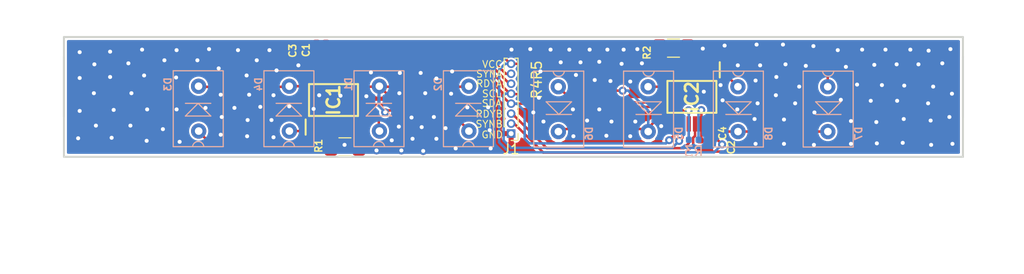
<source format=kicad_pcb>
(kicad_pcb (version 20171130) (host pcbnew "(5.1.6-0-10_14)")

  (general
    (thickness 1.6)
    (drawings 74)
    (tracks 381)
    (zones 0)
    (modules 20)
    (nets 22)
  )

  (page A4)
  (layers
    (0 F.Cu signal)
    (31 B.Cu signal)
    (32 B.Adhes user)
    (33 F.Adhes user)
    (34 B.Paste user)
    (35 F.Paste user)
    (36 B.SilkS user)
    (37 F.SilkS user)
    (38 B.Mask user)
    (39 F.Mask user)
    (40 Dwgs.User user)
    (41 Cmts.User user)
    (42 Eco1.User user)
    (43 Eco2.User user)
    (44 Edge.Cuts user)
    (45 Margin user)
    (46 B.CrtYd user)
    (47 F.CrtYd user)
    (48 B.Fab user hide)
    (49 F.Fab user hide)
  )

  (setup
    (last_trace_width 0.25)
    (trace_clearance 0.2)
    (zone_clearance 0.2)
    (zone_45_only no)
    (trace_min 0.2)
    (via_size 0.8)
    (via_drill 0.4)
    (via_min_size 0.4)
    (via_min_drill 0.3)
    (uvia_size 0.3)
    (uvia_drill 0.1)
    (uvias_allowed no)
    (uvia_min_size 0.2)
    (uvia_min_drill 0.1)
    (edge_width 0.05)
    (segment_width 0.2)
    (pcb_text_width 0.3)
    (pcb_text_size 1.5 1.5)
    (mod_edge_width 0.12)
    (mod_text_size 1 1)
    (mod_text_width 0.15)
    (pad_size 1.524 1.524)
    (pad_drill 0.762)
    (pad_to_mask_clearance 0.05)
    (aux_axis_origin 0 0)
    (visible_elements FFFFFF7F)
    (pcbplotparams
      (layerselection 0x010fc_ffffffff)
      (usegerberextensions true)
      (usegerberattributes true)
      (usegerberadvancedattributes true)
      (creategerberjobfile true)
      (excludeedgelayer true)
      (linewidth 0.100000)
      (plotframeref false)
      (viasonmask false)
      (mode 1)
      (useauxorigin false)
      (hpglpennumber 1)
      (hpglpenspeed 20)
      (hpglpendiameter 15.000000)
      (psnegative false)
      (psa4output false)
      (plotreference true)
      (plotvalue false)
      (plotinvisibletext false)
      (padsonsilk false)
      (subtractmaskfromsilk false)
      (outputformat 1)
      (mirror false)
      (drillshape 0)
      (scaleselection 1)
      (outputdirectory "gerber"))
  )

  (net 0 "")
  (net 1 PD0)
  (net 2 PD1)
  (net 3 PD2)
  (net 4 PD3)
  (net 5 "Net-(IC1-Pad5)")
  (net 6 "Net-(IC2-Pad9)")
  (net 7 "Net-(IC2-Pad5)")
  (net 8 GND)
  (net 9 VCC)
  (net 10 VPD_A)
  (net 11 VPD_B)
  (net 12 PD4)
  (net 13 PD5)
  (net 14 PD6)
  (net 15 PD7)
  (net 16 SYN_A)
  (net 17 READY_A)
  (net 18 SCL)
  (net 19 SDA)
  (net 20 SYN_B)
  (net 21 READY_B)

  (net_class Default "This is the default net class."
    (clearance 0.2)
    (trace_width 0.25)
    (via_dia 0.8)
    (via_drill 0.4)
    (uvia_dia 0.3)
    (uvia_drill 0.1)
    (add_net GND)
    (add_net "Net-(IC1-Pad5)")
    (add_net "Net-(IC2-Pad5)")
    (add_net "Net-(IC2-Pad9)")
    (add_net PD0)
    (add_net PD1)
    (add_net PD2)
    (add_net PD3)
    (add_net PD4)
    (add_net PD5)
    (add_net PD6)
    (add_net PD7)
    (add_net READY_A)
    (add_net READY_B)
    (add_net SCL)
    (add_net SDA)
    (add_net SYN_A)
    (add_net SYN_B)
    (add_net VCC)
    (add_net VPD_A)
    (add_net VPD_B)
  )

  (module Connector_PinHeader_1.00mm:PinHeader_1x08_P1.00mm_Vertical (layer F.Cu) (tedit 59FED738) (tstamp 5EF9A31C)
    (at 147.6375 90.1065 180)
    (descr "Through hole straight pin header, 1x08, 1.00mm pitch, single row")
    (tags "Through hole pin header THT 1x08 1.00mm single row")
    (path /5F0055A5)
    (fp_text reference J1 (at 0 -1.56) (layer F.SilkS)
      (effects (font (size 1 1) (thickness 0.15)))
    )
    (fp_text value Conn_01x08_Male (at 0 8.56) (layer F.Fab)
      (effects (font (size 1 1) (thickness 0.15)))
    )
    (fp_line (start 1.15 -1) (end -1.15 -1) (layer F.CrtYd) (width 0.05))
    (fp_line (start 1.15 8) (end 1.15 -1) (layer F.CrtYd) (width 0.05))
    (fp_line (start -1.15 8) (end 1.15 8) (layer F.CrtYd) (width 0.05))
    (fp_line (start -1.15 -1) (end -1.15 8) (layer F.CrtYd) (width 0.05))
    (fp_line (start -0.695 -0.685) (end 0 -0.685) (layer F.SilkS) (width 0.12))
    (fp_line (start -0.695 0) (end -0.695 -0.685) (layer F.SilkS) (width 0.12))
    (fp_line (start 0.608276 0.685) (end 0.695 0.685) (layer F.SilkS) (width 0.12))
    (fp_line (start -0.695 0.685) (end -0.608276 0.685) (layer F.SilkS) (width 0.12))
    (fp_line (start 0.695 0.685) (end 0.695 7.56) (layer F.SilkS) (width 0.12))
    (fp_line (start -0.695 0.685) (end -0.695 7.56) (layer F.SilkS) (width 0.12))
    (fp_line (start 0.394493 7.56) (end 0.695 7.56) (layer F.SilkS) (width 0.12))
    (fp_line (start -0.695 7.56) (end -0.394493 7.56) (layer F.SilkS) (width 0.12))
    (fp_line (start -0.635 -0.1825) (end -0.3175 -0.5) (layer F.Fab) (width 0.1))
    (fp_line (start -0.635 7.5) (end -0.635 -0.1825) (layer F.Fab) (width 0.1))
    (fp_line (start 0.635 7.5) (end -0.635 7.5) (layer F.Fab) (width 0.1))
    (fp_line (start 0.635 -0.5) (end 0.635 7.5) (layer F.Fab) (width 0.1))
    (fp_line (start -0.3175 -0.5) (end 0.635 -0.5) (layer F.Fab) (width 0.1))
    (fp_text user %R (at 0 3.5 90) (layer F.Fab)
      (effects (font (size 0.76 0.76) (thickness 0.114)))
    )
    (pad 8 thru_hole oval (at 0 7 180) (size 0.85 0.85) (drill 0.5) (layers *.Cu *.Mask)
      (net 9 VCC))
    (pad 7 thru_hole oval (at 0 6 180) (size 0.85 0.85) (drill 0.5) (layers *.Cu *.Mask)
      (net 16 SYN_A))
    (pad 6 thru_hole oval (at 0 5 180) (size 0.85 0.85) (drill 0.5) (layers *.Cu *.Mask)
      (net 17 READY_A))
    (pad 5 thru_hole oval (at 0 4 180) (size 0.85 0.85) (drill 0.5) (layers *.Cu *.Mask)
      (net 18 SCL))
    (pad 4 thru_hole oval (at 0 3 180) (size 0.85 0.85) (drill 0.5) (layers *.Cu *.Mask)
      (net 19 SDA))
    (pad 3 thru_hole oval (at 0 2 180) (size 0.85 0.85) (drill 0.5) (layers *.Cu *.Mask)
      (net 21 READY_B))
    (pad 2 thru_hole oval (at 0 1 180) (size 0.85 0.85) (drill 0.5) (layers *.Cu *.Mask)
      (net 20 SYN_B))
    (pad 1 thru_hole rect (at 0 0 180) (size 0.85 0.85) (drill 0.5) (layers *.Cu *.Mask)
      (net 8 GND))
    (model ${KISYS3DMOD}/Connector_PinHeader_1.00mm.3dshapes/PinHeader_1x08_P1.00mm_Vertical.wrl
      (at (xyz 0 0 0))
      (scale (xyz 1 1 1))
      (rotate (xyz 0 0 0))
    )
  )

  (module Resistor_SMD:R_0402_1005Metric (layer F.Cu) (tedit 5B301BBD) (tstamp 5EF98C10)
    (at 149.0345 83.7565 270)
    (descr "Resistor SMD 0402 (1005 Metric), square (rectangular) end terminal, IPC_7351 nominal, (Body size source: http://www.tortai-tech.com/upload/download/2011102023233369053.pdf), generated with kicad-footprint-generator")
    (tags resistor)
    (path /5EFB867A)
    (attr smd)
    (fp_text reference R5 (at 0 -1.17 90) (layer F.SilkS)
      (effects (font (size 1 1) (thickness 0.15)))
    )
    (fp_text value 4K7 (at 0 1.17 90) (layer F.Fab)
      (effects (font (size 1 1) (thickness 0.15)))
    )
    (fp_line (start -0.5 0.25) (end -0.5 -0.25) (layer F.Fab) (width 0.1))
    (fp_line (start -0.5 -0.25) (end 0.5 -0.25) (layer F.Fab) (width 0.1))
    (fp_line (start 0.5 -0.25) (end 0.5 0.25) (layer F.Fab) (width 0.1))
    (fp_line (start 0.5 0.25) (end -0.5 0.25) (layer F.Fab) (width 0.1))
    (fp_line (start -0.93 0.47) (end -0.93 -0.47) (layer F.CrtYd) (width 0.05))
    (fp_line (start -0.93 -0.47) (end 0.93 -0.47) (layer F.CrtYd) (width 0.05))
    (fp_line (start 0.93 -0.47) (end 0.93 0.47) (layer F.CrtYd) (width 0.05))
    (fp_line (start 0.93 0.47) (end -0.93 0.47) (layer F.CrtYd) (width 0.05))
    (fp_text user %R (at 0 0 90) (layer F.Fab)
      (effects (font (size 0.25 0.25) (thickness 0.04)))
    )
    (pad 2 smd roundrect (at 0.485 0 270) (size 0.59 0.64) (layers F.Cu F.Paste F.Mask) (roundrect_rratio 0.25)
      (net 19 SDA))
    (pad 1 smd roundrect (at -0.485 0 270) (size 0.59 0.64) (layers F.Cu F.Paste F.Mask) (roundrect_rratio 0.25)
      (net 9 VCC))
    (model ${KISYS3DMOD}/Resistor_SMD.3dshapes/R_0402_1005Metric.wrl
      (at (xyz 0 0 0))
      (scale (xyz 1 1 1))
      (rotate (xyz 0 0 0))
    )
  )

  (module Resistor_SMD:R_0402_1005Metric (layer F.Cu) (tedit 5B301BBD) (tstamp 5EF98C01)
    (at 149.0345 85.6615 270)
    (descr "Resistor SMD 0402 (1005 Metric), square (rectangular) end terminal, IPC_7351 nominal, (Body size source: http://www.tortai-tech.com/upload/download/2011102023233369053.pdf), generated with kicad-footprint-generator")
    (tags resistor)
    (path /5EFB80ED)
    (attr smd)
    (fp_text reference R4 (at 0 -1.17 90) (layer F.SilkS)
      (effects (font (size 1 1) (thickness 0.15)))
    )
    (fp_text value 4K7 (at 0 1.17 90) (layer F.Fab)
      (effects (font (size 1 1) (thickness 0.15)))
    )
    (fp_line (start -0.5 0.25) (end -0.5 -0.25) (layer F.Fab) (width 0.1))
    (fp_line (start -0.5 -0.25) (end 0.5 -0.25) (layer F.Fab) (width 0.1))
    (fp_line (start 0.5 -0.25) (end 0.5 0.25) (layer F.Fab) (width 0.1))
    (fp_line (start 0.5 0.25) (end -0.5 0.25) (layer F.Fab) (width 0.1))
    (fp_line (start -0.93 0.47) (end -0.93 -0.47) (layer F.CrtYd) (width 0.05))
    (fp_line (start -0.93 -0.47) (end 0.93 -0.47) (layer F.CrtYd) (width 0.05))
    (fp_line (start 0.93 -0.47) (end 0.93 0.47) (layer F.CrtYd) (width 0.05))
    (fp_line (start 0.93 0.47) (end -0.93 0.47) (layer F.CrtYd) (width 0.05))
    (fp_text user %R (at 0 0 90) (layer F.Fab)
      (effects (font (size 0.25 0.25) (thickness 0.04)))
    )
    (pad 2 smd roundrect (at 0.485 0 270) (size 0.59 0.64) (layers F.Cu F.Paste F.Mask) (roundrect_rratio 0.25)
      (net 18 SCL))
    (pad 1 smd roundrect (at -0.485 0 270) (size 0.59 0.64) (layers F.Cu F.Paste F.Mask) (roundrect_rratio 0.25)
      (net 9 VCC))
    (model ${KISYS3DMOD}/Resistor_SMD.3dshapes/R_0402_1005Metric.wrl
      (at (xyz 0 0 0))
      (scale (xyz 1 1 1))
      (rotate (xyz 0 0 0))
    )
  )

  (module Resistor_SMD:R_0402_1005Metric (layer B.Cu) (tedit 5B301BBD) (tstamp 5EF98BF2)
    (at 165.9128 90.7288)
    (descr "Resistor SMD 0402 (1005 Metric), square (rectangular) end terminal, IPC_7351 nominal, (Body size source: http://www.tortai-tech.com/upload/download/2011102023233369053.pdf), generated with kicad-footprint-generator")
    (tags resistor)
    (path /5EFD99DA)
    (attr smd)
    (fp_text reference R3 (at 0 1.17) (layer B.SilkS)
      (effects (font (size 1 1) (thickness 0.15)) (justify mirror))
    )
    (fp_text value 4K7 (at 0 -1.17) (layer B.Fab)
      (effects (font (size 1 1) (thickness 0.15)) (justify mirror))
    )
    (fp_line (start -0.5 -0.25) (end -0.5 0.25) (layer B.Fab) (width 0.1))
    (fp_line (start -0.5 0.25) (end 0.5 0.25) (layer B.Fab) (width 0.1))
    (fp_line (start 0.5 0.25) (end 0.5 -0.25) (layer B.Fab) (width 0.1))
    (fp_line (start 0.5 -0.25) (end -0.5 -0.25) (layer B.Fab) (width 0.1))
    (fp_line (start -0.93 -0.47) (end -0.93 0.47) (layer B.CrtYd) (width 0.05))
    (fp_line (start -0.93 0.47) (end 0.93 0.47) (layer B.CrtYd) (width 0.05))
    (fp_line (start 0.93 0.47) (end 0.93 -0.47) (layer B.CrtYd) (width 0.05))
    (fp_line (start 0.93 -0.47) (end -0.93 -0.47) (layer B.CrtYd) (width 0.05))
    (fp_text user %R (at 0 0) (layer B.Fab)
      (effects (font (size 0.25 0.25) (thickness 0.04)) (justify mirror))
    )
    (pad 2 smd roundrect (at 0.485 0) (size 0.59 0.64) (layers B.Cu B.Paste B.Mask) (roundrect_rratio 0.25)
      (net 9 VCC))
    (pad 1 smd roundrect (at -0.485 0) (size 0.59 0.64) (layers B.Cu B.Paste B.Mask) (roundrect_rratio 0.25)
      (net 6 "Net-(IC2-Pad9)"))
    (model ${KISYS3DMOD}/Resistor_SMD.3dshapes/R_0402_1005Metric.wrl
      (at (xyz 0 0 0))
      (scale (xyz 1 1 1))
      (rotate (xyz 0 0 0))
    )
  )

  (module Resistor_SMD:R_1206_3216Metric (layer F.Cu) (tedit 5B301BBD) (tstamp 5EF98BE3)
    (at 163.8935 81.534 180)
    (descr "Resistor SMD 1206 (3216 Metric), square (rectangular) end terminal, IPC_7351 nominal, (Body size source: http://www.tortai-tech.com/upload/download/2011102023233369053.pdf), generated with kicad-footprint-generator")
    (tags resistor)
    (path /5EFC6E35)
    (attr smd)
    (fp_text reference R2 (at 2.6543 -0.4572 90) (layer F.SilkS)
      (effects (font (size 0.7 0.7) (thickness 0.15)))
    )
    (fp_text value 3.3M (at 0 1.82) (layer F.Fab)
      (effects (font (size 1 1) (thickness 0.15)))
    )
    (fp_line (start -1.6 0.8) (end -1.6 -0.8) (layer F.Fab) (width 0.1))
    (fp_line (start -1.6 -0.8) (end 1.6 -0.8) (layer F.Fab) (width 0.1))
    (fp_line (start 1.6 -0.8) (end 1.6 0.8) (layer F.Fab) (width 0.1))
    (fp_line (start 1.6 0.8) (end -1.6 0.8) (layer F.Fab) (width 0.1))
    (fp_line (start -0.602064 -0.91) (end 0.602064 -0.91) (layer F.SilkS) (width 0.12))
    (fp_line (start -0.602064 0.91) (end 0.602064 0.91) (layer F.SilkS) (width 0.12))
    (fp_line (start -2.28 1.12) (end -2.28 -1.12) (layer F.CrtYd) (width 0.05))
    (fp_line (start -2.28 -1.12) (end 2.28 -1.12) (layer F.CrtYd) (width 0.05))
    (fp_line (start 2.28 -1.12) (end 2.28 1.12) (layer F.CrtYd) (width 0.05))
    (fp_line (start 2.28 1.12) (end -2.28 1.12) (layer F.CrtYd) (width 0.05))
    (fp_text user %R (at 0 0) (layer F.Fab)
      (effects (font (size 0.8 0.8) (thickness 0.12)))
    )
    (pad 2 smd roundrect (at 1.4 0 180) (size 1.25 1.75) (layers F.Cu F.Paste F.Mask) (roundrect_rratio 0.2)
      (net 8 GND))
    (pad 1 smd roundrect (at -1.4 0 180) (size 1.25 1.75) (layers F.Cu F.Paste F.Mask) (roundrect_rratio 0.2)
      (net 7 "Net-(IC2-Pad5)"))
    (model ${KISYS3DMOD}/Resistor_SMD.3dshapes/R_1206_3216Metric.wrl
      (at (xyz 0 0 0))
      (scale (xyz 1 1 1))
      (rotate (xyz 0 0 0))
    )
  )

  (module Resistor_SMD:R_1206_3216Metric (layer F.Cu) (tedit 5B301BBD) (tstamp 5EF98BD2)
    (at 131.0005 91.44)
    (descr "Resistor SMD 1206 (3216 Metric), square (rectangular) end terminal, IPC_7351 nominal, (Body size source: http://www.tortai-tech.com/upload/download/2011102023233369053.pdf), generated with kicad-footprint-generator")
    (tags resistor)
    (path /5EF939FC)
    (attr smd)
    (fp_text reference R1 (at -2.6289 -0.1016 90) (layer F.SilkS)
      (effects (font (size 0.7 0.7) (thickness 0.15)))
    )
    (fp_text value 3.3M (at 0 1.82) (layer F.Fab)
      (effects (font (size 1 1) (thickness 0.15)))
    )
    (fp_line (start -1.6 0.8) (end -1.6 -0.8) (layer F.Fab) (width 0.1))
    (fp_line (start -1.6 -0.8) (end 1.6 -0.8) (layer F.Fab) (width 0.1))
    (fp_line (start 1.6 -0.8) (end 1.6 0.8) (layer F.Fab) (width 0.1))
    (fp_line (start 1.6 0.8) (end -1.6 0.8) (layer F.Fab) (width 0.1))
    (fp_line (start -0.602064 -0.91) (end 0.602064 -0.91) (layer F.SilkS) (width 0.12))
    (fp_line (start -0.602064 0.91) (end 0.602064 0.91) (layer F.SilkS) (width 0.12))
    (fp_line (start -2.28 1.12) (end -2.28 -1.12) (layer F.CrtYd) (width 0.05))
    (fp_line (start -2.28 -1.12) (end 2.28 -1.12) (layer F.CrtYd) (width 0.05))
    (fp_line (start 2.28 -1.12) (end 2.28 1.12) (layer F.CrtYd) (width 0.05))
    (fp_line (start 2.28 1.12) (end -2.28 1.12) (layer F.CrtYd) (width 0.05))
    (fp_text user %R (at 0 0) (layer F.Fab)
      (effects (font (size 0.8 0.8) (thickness 0.12)))
    )
    (pad 2 smd roundrect (at 1.4 0) (size 1.25 1.75) (layers F.Cu F.Paste F.Mask) (roundrect_rratio 0.2)
      (net 8 GND))
    (pad 1 smd roundrect (at -1.4 0) (size 1.25 1.75) (layers F.Cu F.Paste F.Mask) (roundrect_rratio 0.2)
      (net 5 "Net-(IC1-Pad5)"))
    (model ${KISYS3DMOD}/Resistor_SMD.3dshapes/R_1206_3216Metric.wrl
      (at (xyz 0 0 0))
      (scale (xyz 1 1 1))
      (rotate (xyz 0 0 0))
    )
  )

  (module lib_fp:SOP64P600X175-16N (layer F.Cu) (tedit 0) (tstamp 5EF98BA5)
    (at 165.735 86.4235 270)
    (descr ssop-17)
    (tags "Integrated Circuit")
    (path /5EFC6E2F)
    (attr smd)
    (fp_text reference IC2 (at 0 0 90) (layer F.SilkS)
      (effects (font (size 1.27 1.27) (thickness 0.254)))
    )
    (fp_text value AS89010 (at 0 0 90) (layer F.SilkS) hide
      (effects (font (size 1.27 1.27) (thickness 0.254)))
    )
    (fp_line (start -3.725 -2.75) (end 3.725 -2.75) (layer F.CrtYd) (width 0.05))
    (fp_line (start 3.725 -2.75) (end 3.725 2.75) (layer F.CrtYd) (width 0.05))
    (fp_line (start 3.725 2.75) (end -3.725 2.75) (layer F.CrtYd) (width 0.05))
    (fp_line (start -3.725 2.75) (end -3.725 -2.75) (layer F.CrtYd) (width 0.05))
    (fp_line (start -1.948 -2.45) (end 1.948 -2.45) (layer F.Fab) (width 0.1))
    (fp_line (start 1.948 -2.45) (end 1.948 2.45) (layer F.Fab) (width 0.1))
    (fp_line (start 1.948 2.45) (end -1.948 2.45) (layer F.Fab) (width 0.1))
    (fp_line (start -1.948 2.45) (end -1.948 -2.45) (layer F.Fab) (width 0.1))
    (fp_line (start -1.948 -1.815) (end -1.312 -2.45) (layer F.Fab) (width 0.1))
    (fp_line (start -1.598 -2.45) (end 1.598 -2.45) (layer F.SilkS) (width 0.2))
    (fp_line (start 1.598 -2.45) (end 1.598 2.45) (layer F.SilkS) (width 0.2))
    (fp_line (start 1.598 2.45) (end -1.598 2.45) (layer F.SilkS) (width 0.2))
    (fp_line (start -1.598 2.45) (end -1.598 -2.45) (layer F.SilkS) (width 0.2))
    (fp_line (start -3.475 -2.79) (end -1.948 -2.79) (layer F.SilkS) (width 0.2))
    (fp_text user %R (at 0 0 90) (layer F.Fab)
      (effects (font (size 1.27 1.27) (thickness 0.254)))
    )
    (pad 16 smd rect (at 2.711 -2.222) (size 0.435 1.528) (layers F.Cu F.Paste F.Mask)
      (net 11 VPD_B))
    (pad 15 smd rect (at 2.711 -1.588) (size 0.435 1.528) (layers F.Cu F.Paste F.Mask)
      (net 9 VCC))
    (pad 14 smd rect (at 2.711 -0.952) (size 0.435 1.528) (layers F.Cu F.Paste F.Mask)
      (net 9 VCC))
    (pad 13 smd rect (at 2.711 -0.318) (size 0.435 1.528) (layers F.Cu F.Paste F.Mask)
      (net 20 SYN_B))
    (pad 12 smd rect (at 2.711 0.318) (size 0.435 1.528) (layers F.Cu F.Paste F.Mask)
      (net 21 READY_B))
    (pad 11 smd rect (at 2.711 0.952) (size 0.435 1.528) (layers F.Cu F.Paste F.Mask)
      (net 18 SCL))
    (pad 10 smd rect (at 2.711 1.588) (size 0.435 1.528) (layers F.Cu F.Paste F.Mask)
      (net 19 SDA))
    (pad 9 smd rect (at 2.711 2.222) (size 0.435 1.528) (layers F.Cu F.Paste F.Mask)
      (net 6 "Net-(IC2-Pad9)"))
    (pad 8 smd rect (at -2.711 2.222) (size 0.435 1.528) (layers F.Cu F.Paste F.Mask)
      (net 8 GND))
    (pad 7 smd rect (at -2.711 1.588) (size 0.435 1.528) (layers F.Cu F.Paste F.Mask)
      (net 8 GND))
    (pad 6 smd rect (at -2.711 0.952) (size 0.435 1.528) (layers F.Cu F.Paste F.Mask)
      (net 8 GND))
    (pad 5 smd rect (at -2.711 0.318) (size 0.435 1.528) (layers F.Cu F.Paste F.Mask)
      (net 7 "Net-(IC2-Pad5)"))
    (pad 4 smd rect (at -2.711 -0.318) (size 0.435 1.528) (layers F.Cu F.Paste F.Mask)
      (net 12 PD4))
    (pad 3 smd rect (at -2.711 -0.952) (size 0.435 1.528) (layers F.Cu F.Paste F.Mask)
      (net 13 PD5))
    (pad 2 smd rect (at -2.711 -1.588) (size 0.435 1.528) (layers F.Cu F.Paste F.Mask)
      (net 14 PD6))
    (pad 1 smd rect (at -2.711 -2.222) (size 0.435 1.528) (layers F.Cu F.Paste F.Mask)
      (net 15 PD7))
    (model AS89010.stp
      (at (xyz 0 0 0))
      (scale (xyz 1 1 1))
      (rotate (xyz 0 0 0))
    )
  )

  (module lib_fp:S1227-33BR (layer B.Cu) (tedit 5EF8F5BD) (tstamp 5EF98B3E)
    (at 166.116 88.9 90)
    (path /5EFD1B15)
    (fp_text reference D8 (at -1.20142 7.3152 270) (layer B.SilkS)
      (effects (font (size 0.7 0.7) (thickness 0.15)) (justify mirror))
    )
    (fp_text value S1227-33BR (at 1.13792 0.66294 270) (layer B.Fab)
      (effects (font (size 0.7 0.7) (thickness 0.15)) (justify mirror))
    )
    (fp_line (start 0.71374 5.55498) (end 0.71374 3.01498) (layer B.SilkS) (width 0.12))
    (fp_line (start 0.71374 4.28498) (end 1.98374 5.55498) (layer B.SilkS) (width 0.12))
    (fp_line (start 0.71374 4.28498) (end 1.98374 3.01498) (layer B.SilkS) (width 0.12))
    (fp_line (start 1.98374 3.01498) (end 1.98374 5.55498) (layer B.SilkS) (width 0.12))
    (fp_line (start -2.54 1.77038) (end 5.05714 1.77038) (layer B.SilkS) (width 0.12))
    (fp_line (start 5.05714 1.77038) (end 5.05714 6.77418) (layer B.SilkS) (width 0.12))
    (fp_line (start 5.05714 6.77418) (end -2.55524 6.77418) (layer B.SilkS) (width 0.12))
    (fp_line (start -2.55524 6.77418) (end -2.55524 1.77546) (layer B.SilkS) (width 0.12))
    (fp_arc (start 5.1054 4.27482) (end 5.03428 4.83362) (angle 163.2843665) (layer B.SilkS) (width 0.12))
    (pad 2 thru_hole circle (at -1.0033 4.23926 90) (size 1.524 1.524) (drill 0.762) (layers *.Cu *.Mask)
      (net 11 VPD_B))
    (pad 1 thru_hole circle (at 3.4925 4.22656 90) (size 1.524 1.524) (drill 0.762) (layers *.Cu *.Mask)
      (net 15 PD7))
  )

  (module lib_fp:S1227-33BR (layer B.Cu) (tedit 5EF8F5BD) (tstamp 5EF98B2F)
    (at 175.1076 88.9 90)
    (path /5EFD1B0C)
    (fp_text reference D7 (at -1.20142 7.3152 90) (layer B.SilkS)
      (effects (font (size 0.7 0.7) (thickness 0.15)) (justify mirror))
    )
    (fp_text value S1227-33BR (at 1.13792 0.66294 90) (layer B.Fab)
      (effects (font (size 0.7 0.7) (thickness 0.15)) (justify mirror))
    )
    (fp_line (start 0.71374 5.55498) (end 0.71374 3.01498) (layer B.SilkS) (width 0.12))
    (fp_line (start 0.71374 4.28498) (end 1.98374 5.55498) (layer B.SilkS) (width 0.12))
    (fp_line (start 0.71374 4.28498) (end 1.98374 3.01498) (layer B.SilkS) (width 0.12))
    (fp_line (start 1.98374 3.01498) (end 1.98374 5.55498) (layer B.SilkS) (width 0.12))
    (fp_line (start -2.54 1.77038) (end 5.05714 1.77038) (layer B.SilkS) (width 0.12))
    (fp_line (start 5.05714 1.77038) (end 5.05714 6.77418) (layer B.SilkS) (width 0.12))
    (fp_line (start 5.05714 6.77418) (end -2.55524 6.77418) (layer B.SilkS) (width 0.12))
    (fp_line (start -2.55524 6.77418) (end -2.55524 1.77546) (layer B.SilkS) (width 0.12))
    (fp_arc (start 5.1054 4.27482) (end 5.03428 4.83362) (angle 163.2843665) (layer B.SilkS) (width 0.12))
    (pad 2 thru_hole circle (at -1.0033 4.23926 90) (size 1.524 1.524) (drill 0.762) (layers *.Cu *.Mask)
      (net 11 VPD_B))
    (pad 1 thru_hole circle (at 3.4925 4.22656 90) (size 1.524 1.524) (drill 0.762) (layers *.Cu *.Mask)
      (net 14 PD6))
  )

  (module lib_fp:S1227-33BR (layer B.Cu) (tedit 5EF8F5BD) (tstamp 5EF98B20)
    (at 148.1328 88.9 90)
    (path /5EFD1B03)
    (fp_text reference D6 (at -1.20142 7.3152 270) (layer B.SilkS)
      (effects (font (size 0.7 0.7) (thickness 0.15)) (justify mirror))
    )
    (fp_text value S1227-33BR (at 1.13792 0.66294 270) (layer B.Fab)
      (effects (font (size 0.7 0.7) (thickness 0.15)) (justify mirror))
    )
    (fp_line (start 0.71374 5.55498) (end 0.71374 3.01498) (layer B.SilkS) (width 0.12))
    (fp_line (start 0.71374 4.28498) (end 1.98374 5.55498) (layer B.SilkS) (width 0.12))
    (fp_line (start 0.71374 4.28498) (end 1.98374 3.01498) (layer B.SilkS) (width 0.12))
    (fp_line (start 1.98374 3.01498) (end 1.98374 5.55498) (layer B.SilkS) (width 0.12))
    (fp_line (start -2.54 1.77038) (end 5.05714 1.77038) (layer B.SilkS) (width 0.12))
    (fp_line (start 5.05714 1.77038) (end 5.05714 6.77418) (layer B.SilkS) (width 0.12))
    (fp_line (start 5.05714 6.77418) (end -2.55524 6.77418) (layer B.SilkS) (width 0.12))
    (fp_line (start -2.55524 6.77418) (end -2.55524 1.77546) (layer B.SilkS) (width 0.12))
    (fp_arc (start 5.1054 4.27482) (end 5.03428 4.83362) (angle 163.2843665) (layer B.SilkS) (width 0.12))
    (pad 2 thru_hole circle (at -1.0033 4.23926 90) (size 1.524 1.524) (drill 0.762) (layers *.Cu *.Mask)
      (net 11 VPD_B))
    (pad 1 thru_hole circle (at 3.4925 4.22656 90) (size 1.524 1.524) (drill 0.762) (layers *.Cu *.Mask)
      (net 13 PD5))
  )

  (module lib_fp:S1227-33BR (layer B.Cu) (tedit 5EF8F5BD) (tstamp 5EF98B11)
    (at 157.1244 88.9 90)
    (path /5EFD1AFC)
    (fp_text reference D5 (at -1.20142 7.3152 270) (layer B.SilkS)
      (effects (font (size 0.7 0.7) (thickness 0.15)) (justify mirror))
    )
    (fp_text value S1227-33BR (at 1.13792 0.66294 270) (layer B.Fab)
      (effects (font (size 0.7 0.7) (thickness 0.15)) (justify mirror))
    )
    (fp_line (start 0.71374 5.55498) (end 0.71374 3.01498) (layer B.SilkS) (width 0.12))
    (fp_line (start 0.71374 4.28498) (end 1.98374 5.55498) (layer B.SilkS) (width 0.12))
    (fp_line (start 0.71374 4.28498) (end 1.98374 3.01498) (layer B.SilkS) (width 0.12))
    (fp_line (start 1.98374 3.01498) (end 1.98374 5.55498) (layer B.SilkS) (width 0.12))
    (fp_line (start -2.54 1.77038) (end 5.05714 1.77038) (layer B.SilkS) (width 0.12))
    (fp_line (start 5.05714 1.77038) (end 5.05714 6.77418) (layer B.SilkS) (width 0.12))
    (fp_line (start 5.05714 6.77418) (end -2.55524 6.77418) (layer B.SilkS) (width 0.12))
    (fp_line (start -2.55524 6.77418) (end -2.55524 1.77546) (layer B.SilkS) (width 0.12))
    (fp_arc (start 5.1054 4.27482) (end 5.03428 4.83362) (angle 163.2843665) (layer B.SilkS) (width 0.12))
    (pad 2 thru_hole circle (at -1.0033 4.23926 90) (size 1.524 1.524) (drill 0.762) (layers *.Cu *.Mask)
      (net 11 VPD_B))
    (pad 1 thru_hole circle (at 3.4925 4.22656 90) (size 1.524 1.524) (drill 0.762) (layers *.Cu *.Mask)
      (net 12 PD4))
  )

  (module Capacitor_SMD:C_0402_1005Metric (layer F.Cu) (tedit 5B301BBE) (tstamp 5EF98A92)
    (at 166.5732 91.2876 270)
    (descr "Capacitor SMD 0402 (1005 Metric), square (rectangular) end terminal, IPC_7351 nominal, (Body size source: http://www.tortai-tech.com/upload/download/2011102023233369053.pdf), generated with kicad-footprint-generator")
    (tags capacitor)
    (path /5EFC6E63)
    (attr smd)
    (fp_text reference C4 (at -1.2192 -2.2352 90) (layer F.SilkS)
      (effects (font (size 0.7 0.7) (thickness 0.15)))
    )
    (fp_text value 100n (at 0 1.17 90) (layer F.Fab)
      (effects (font (size 1 1) (thickness 0.15)))
    )
    (fp_line (start -0.5 0.25) (end -0.5 -0.25) (layer F.Fab) (width 0.1))
    (fp_line (start -0.5 -0.25) (end 0.5 -0.25) (layer F.Fab) (width 0.1))
    (fp_line (start 0.5 -0.25) (end 0.5 0.25) (layer F.Fab) (width 0.1))
    (fp_line (start 0.5 0.25) (end -0.5 0.25) (layer F.Fab) (width 0.1))
    (fp_line (start -0.93 0.47) (end -0.93 -0.47) (layer F.CrtYd) (width 0.05))
    (fp_line (start -0.93 -0.47) (end 0.93 -0.47) (layer F.CrtYd) (width 0.05))
    (fp_line (start 0.93 -0.47) (end 0.93 0.47) (layer F.CrtYd) (width 0.05))
    (fp_line (start 0.93 0.47) (end -0.93 0.47) (layer F.CrtYd) (width 0.05))
    (fp_text user %R (at 0 0 90) (layer F.Fab)
      (effects (font (size 0.25 0.25) (thickness 0.04)))
    )
    (pad 2 smd roundrect (at 0.485 0 270) (size 0.59 0.64) (layers F.Cu F.Paste F.Mask) (roundrect_rratio 0.25)
      (net 8 GND))
    (pad 1 smd roundrect (at -0.485 0 270) (size 0.59 0.64) (layers F.Cu F.Paste F.Mask) (roundrect_rratio 0.25)
      (net 9 VCC))
    (model ${KISYS3DMOD}/Capacitor_SMD.3dshapes/C_0402_1005Metric.wrl
      (at (xyz 0 0 0))
      (scale (xyz 1 1 1))
      (rotate (xyz 0 0 0))
    )
  )

  (module Capacitor_SMD:C_0402_1005Metric (layer F.Cu) (tedit 5B301BBE) (tstamp 5EF98A83)
    (at 128.143 81.4705 90)
    (descr "Capacitor SMD 0402 (1005 Metric), square (rectangular) end terminal, IPC_7351 nominal, (Body size source: http://www.tortai-tech.com/upload/download/2011102023233369053.pdf), generated with kicad-footprint-generator")
    (tags capacitor)
    (path /5EFB69DE)
    (attr smd)
    (fp_text reference C3 (at -0.3302 -2.3749 90) (layer F.SilkS)
      (effects (font (size 0.7 0.7) (thickness 0.15)))
    )
    (fp_text value 100n (at 0 1.17 90) (layer F.Fab)
      (effects (font (size 1 1) (thickness 0.15)))
    )
    (fp_line (start -0.5 0.25) (end -0.5 -0.25) (layer F.Fab) (width 0.1))
    (fp_line (start -0.5 -0.25) (end 0.5 -0.25) (layer F.Fab) (width 0.1))
    (fp_line (start 0.5 -0.25) (end 0.5 0.25) (layer F.Fab) (width 0.1))
    (fp_line (start 0.5 0.25) (end -0.5 0.25) (layer F.Fab) (width 0.1))
    (fp_line (start -0.93 0.47) (end -0.93 -0.47) (layer F.CrtYd) (width 0.05))
    (fp_line (start -0.93 -0.47) (end 0.93 -0.47) (layer F.CrtYd) (width 0.05))
    (fp_line (start 0.93 -0.47) (end 0.93 0.47) (layer F.CrtYd) (width 0.05))
    (fp_line (start 0.93 0.47) (end -0.93 0.47) (layer F.CrtYd) (width 0.05))
    (fp_text user %R (at 0 0 90) (layer F.Fab)
      (effects (font (size 0.25 0.25) (thickness 0.04)))
    )
    (pad 2 smd roundrect (at 0.485 0 90) (size 0.59 0.64) (layers F.Cu F.Paste F.Mask) (roundrect_rratio 0.25)
      (net 8 GND))
    (pad 1 smd roundrect (at -0.485 0 90) (size 0.59 0.64) (layers F.Cu F.Paste F.Mask) (roundrect_rratio 0.25)
      (net 9 VCC))
    (model ${KISYS3DMOD}/Capacitor_SMD.3dshapes/C_0402_1005Metric.wrl
      (at (xyz 0 0 0))
      (scale (xyz 1 1 1))
      (rotate (xyz 0 0 0))
    )
  )

  (module Capacitor_SMD:C_0402_1005Metric (layer F.Cu) (tedit 5B301BBE) (tstamp 5EF98A74)
    (at 167.5384 91.2876 270)
    (descr "Capacitor SMD 0402 (1005 Metric), square (rectangular) end terminal, IPC_7351 nominal, (Body size source: http://www.tortai-tech.com/upload/download/2011102023233369053.pdf), generated with kicad-footprint-generator")
    (tags capacitor)
    (path /5EFC6E74)
    (attr smd)
    (fp_text reference C2 (at 0.2032 -2.1336 90) (layer F.SilkS)
      (effects (font (size 0.7 0.7) (thickness 0.15)))
    )
    (fp_text value 100n (at 0 1.17 90) (layer F.Fab)
      (effects (font (size 1 1) (thickness 0.15)))
    )
    (fp_line (start -0.5 0.25) (end -0.5 -0.25) (layer F.Fab) (width 0.1))
    (fp_line (start -0.5 -0.25) (end 0.5 -0.25) (layer F.Fab) (width 0.1))
    (fp_line (start 0.5 -0.25) (end 0.5 0.25) (layer F.Fab) (width 0.1))
    (fp_line (start 0.5 0.25) (end -0.5 0.25) (layer F.Fab) (width 0.1))
    (fp_line (start -0.93 0.47) (end -0.93 -0.47) (layer F.CrtYd) (width 0.05))
    (fp_line (start -0.93 -0.47) (end 0.93 -0.47) (layer F.CrtYd) (width 0.05))
    (fp_line (start 0.93 -0.47) (end 0.93 0.47) (layer F.CrtYd) (width 0.05))
    (fp_line (start 0.93 0.47) (end -0.93 0.47) (layer F.CrtYd) (width 0.05))
    (fp_text user %R (at 0 0 90) (layer F.Fab)
      (effects (font (size 0.25 0.25) (thickness 0.04)))
    )
    (pad 2 smd roundrect (at 0.485 0 270) (size 0.59 0.64) (layers F.Cu F.Paste F.Mask) (roundrect_rratio 0.25)
      (net 8 GND))
    (pad 1 smd roundrect (at -0.485 0 270) (size 0.59 0.64) (layers F.Cu F.Paste F.Mask) (roundrect_rratio 0.25)
      (net 9 VCC))
    (model ${KISYS3DMOD}/Capacitor_SMD.3dshapes/C_0402_1005Metric.wrl
      (at (xyz 0 0 0))
      (scale (xyz 1 1 1))
      (rotate (xyz 0 0 0))
    )
  )

  (module Capacitor_SMD:C_0402_1005Metric (layer F.Cu) (tedit 5B301BBE) (tstamp 5EF98A65)
    (at 129.0955 81.4705 90)
    (descr "Capacitor SMD 0402 (1005 Metric), square (rectangular) end terminal, IPC_7351 nominal, (Body size source: http://www.tortai-tech.com/upload/download/2011102023233369053.pdf), generated with kicad-footprint-generator")
    (tags capacitor)
    (path /5EFBA2DC)
    (attr smd)
    (fp_text reference C1 (at -0.2667 -1.9939 90) (layer F.SilkS)
      (effects (font (size 0.7 0.7) (thickness 0.15)))
    )
    (fp_text value 100n (at 0 1.17 90) (layer F.Fab)
      (effects (font (size 1 1) (thickness 0.15)))
    )
    (fp_line (start -0.5 0.25) (end -0.5 -0.25) (layer F.Fab) (width 0.1))
    (fp_line (start -0.5 -0.25) (end 0.5 -0.25) (layer F.Fab) (width 0.1))
    (fp_line (start 0.5 -0.25) (end 0.5 0.25) (layer F.Fab) (width 0.1))
    (fp_line (start 0.5 0.25) (end -0.5 0.25) (layer F.Fab) (width 0.1))
    (fp_line (start -0.93 0.47) (end -0.93 -0.47) (layer F.CrtYd) (width 0.05))
    (fp_line (start -0.93 -0.47) (end 0.93 -0.47) (layer F.CrtYd) (width 0.05))
    (fp_line (start 0.93 -0.47) (end 0.93 0.47) (layer F.CrtYd) (width 0.05))
    (fp_line (start 0.93 0.47) (end -0.93 0.47) (layer F.CrtYd) (width 0.05))
    (fp_text user %R (at 0 0 90) (layer F.Fab)
      (effects (font (size 0.25 0.25) (thickness 0.04)))
    )
    (pad 2 smd roundrect (at 0.485 0 90) (size 0.59 0.64) (layers F.Cu F.Paste F.Mask) (roundrect_rratio 0.25)
      (net 8 GND))
    (pad 1 smd roundrect (at -0.485 0 90) (size 0.59 0.64) (layers F.Cu F.Paste F.Mask) (roundrect_rratio 0.25)
      (net 9 VCC))
    (model ${KISYS3DMOD}/Capacitor_SMD.3dshapes/C_0402_1005Metric.wrl
      (at (xyz 0 0 0))
      (scale (xyz 1 1 1))
      (rotate (xyz 0 0 0))
    )
  )

  (module lib_fp:SOP64P600X175-16N (layer F.Cu) (tedit 0) (tstamp 5EF950FB)
    (at 129.8575 86.741 90)
    (descr ssop-17)
    (tags "Integrated Circuit")
    (path /5EF8F80B)
    (attr smd)
    (fp_text reference IC1 (at 0 0 90) (layer F.SilkS)
      (effects (font (size 1.27 1.27) (thickness 0.254)))
    )
    (fp_text value AS89010 (at 0 0 90) (layer F.SilkS) hide
      (effects (font (size 1.27 1.27) (thickness 0.254)))
    )
    (fp_line (start -3.725 -2.75) (end 3.725 -2.75) (layer F.CrtYd) (width 0.05))
    (fp_line (start 3.725 -2.75) (end 3.725 2.75) (layer F.CrtYd) (width 0.05))
    (fp_line (start 3.725 2.75) (end -3.725 2.75) (layer F.CrtYd) (width 0.05))
    (fp_line (start -3.725 2.75) (end -3.725 -2.75) (layer F.CrtYd) (width 0.05))
    (fp_line (start -1.948 -2.45) (end 1.948 -2.45) (layer F.Fab) (width 0.1))
    (fp_line (start 1.948 -2.45) (end 1.948 2.45) (layer F.Fab) (width 0.1))
    (fp_line (start 1.948 2.45) (end -1.948 2.45) (layer F.Fab) (width 0.1))
    (fp_line (start -1.948 2.45) (end -1.948 -2.45) (layer F.Fab) (width 0.1))
    (fp_line (start -1.948 -1.815) (end -1.312 -2.45) (layer F.Fab) (width 0.1))
    (fp_line (start -1.598 -2.45) (end 1.598 -2.45) (layer F.SilkS) (width 0.2))
    (fp_line (start 1.598 -2.45) (end 1.598 2.45) (layer F.SilkS) (width 0.2))
    (fp_line (start 1.598 2.45) (end -1.598 2.45) (layer F.SilkS) (width 0.2))
    (fp_line (start -1.598 2.45) (end -1.598 -2.45) (layer F.SilkS) (width 0.2))
    (fp_line (start -3.475 -2.79) (end -1.948 -2.79) (layer F.SilkS) (width 0.2))
    (fp_text user %R (at 0 0 90) (layer F.Fab)
      (effects (font (size 1.27 1.27) (thickness 0.254)))
    )
    (pad 16 smd rect (at 2.711 -2.222 180) (size 0.435 1.528) (layers F.Cu F.Paste F.Mask)
      (net 10 VPD_A))
    (pad 15 smd rect (at 2.711 -1.588 180) (size 0.435 1.528) (layers F.Cu F.Paste F.Mask)
      (net 9 VCC))
    (pad 14 smd rect (at 2.711 -0.952 180) (size 0.435 1.528) (layers F.Cu F.Paste F.Mask)
      (net 9 VCC))
    (pad 13 smd rect (at 2.711 -0.318 180) (size 0.435 1.528) (layers F.Cu F.Paste F.Mask)
      (net 16 SYN_A))
    (pad 12 smd rect (at 2.711 0.318 180) (size 0.435 1.528) (layers F.Cu F.Paste F.Mask)
      (net 17 READY_A))
    (pad 11 smd rect (at 2.711 0.952 180) (size 0.435 1.528) (layers F.Cu F.Paste F.Mask)
      (net 18 SCL))
    (pad 10 smd rect (at 2.711 1.588 180) (size 0.435 1.528) (layers F.Cu F.Paste F.Mask)
      (net 19 SDA))
    (pad 9 smd rect (at 2.711 2.222 180) (size 0.435 1.528) (layers F.Cu F.Paste F.Mask)
      (net 8 GND))
    (pad 8 smd rect (at -2.711 2.222 180) (size 0.435 1.528) (layers F.Cu F.Paste F.Mask)
      (net 8 GND))
    (pad 7 smd rect (at -2.711 1.588 180) (size 0.435 1.528) (layers F.Cu F.Paste F.Mask)
      (net 8 GND))
    (pad 6 smd rect (at -2.711 0.952 180) (size 0.435 1.528) (layers F.Cu F.Paste F.Mask)
      (net 8 GND))
    (pad 5 smd rect (at -2.711 0.318 180) (size 0.435 1.528) (layers F.Cu F.Paste F.Mask)
      (net 5 "Net-(IC1-Pad5)"))
    (pad 4 smd rect (at -2.711 -0.318 180) (size 0.435 1.528) (layers F.Cu F.Paste F.Mask)
      (net 1 PD0))
    (pad 3 smd rect (at -2.711 -0.952 180) (size 0.435 1.528) (layers F.Cu F.Paste F.Mask)
      (net 2 PD1))
    (pad 2 smd rect (at -2.711 -1.588 180) (size 0.435 1.528) (layers F.Cu F.Paste F.Mask)
      (net 3 PD2))
    (pad 1 smd rect (at -2.711 -2.222 180) (size 0.435 1.528) (layers F.Cu F.Paste F.Mask)
      (net 4 PD3))
    (model AS89010.stp
      (at (xyz 0 0 0))
      (scale (xyz 1 1 1))
      (rotate (xyz 0 0 0))
    )
  )

  (module lib_fp:S1227-33BR (layer B.Cu) (tedit 5EF8F5BD) (tstamp 5EF950D8)
    (at 129.667 86.36 270)
    (path /5EFA55FF)
    (fp_text reference D4 (at -1.20142 7.3152 90) (layer B.SilkS)
      (effects (font (size 0.7 0.7) (thickness 0.15)) (justify mirror))
    )
    (fp_text value S1227-33BR (at 1.13792 0.66294 90) (layer B.Fab)
      (effects (font (size 0.7 0.7) (thickness 0.15)) (justify mirror))
    )
    (fp_line (start 0.71374 5.55498) (end 0.71374 3.01498) (layer B.SilkS) (width 0.12))
    (fp_line (start 0.71374 4.28498) (end 1.98374 5.55498) (layer B.SilkS) (width 0.12))
    (fp_line (start 0.71374 4.28498) (end 1.98374 3.01498) (layer B.SilkS) (width 0.12))
    (fp_line (start 1.98374 3.01498) (end 1.98374 5.55498) (layer B.SilkS) (width 0.12))
    (fp_line (start -2.54 1.77038) (end 5.05714 1.77038) (layer B.SilkS) (width 0.12))
    (fp_line (start 5.05714 1.77038) (end 5.05714 6.77418) (layer B.SilkS) (width 0.12))
    (fp_line (start 5.05714 6.77418) (end -2.55524 6.77418) (layer B.SilkS) (width 0.12))
    (fp_line (start -2.55524 6.77418) (end -2.55524 1.77546) (layer B.SilkS) (width 0.12))
    (fp_arc (start 5.1054 4.27482) (end 5.03428 4.83362) (angle 163.2843665) (layer B.SilkS) (width 0.12))
    (pad 2 thru_hole circle (at -1.0033 4.23926 270) (size 1.524 1.524) (drill 0.762) (layers *.Cu *.Mask)
      (net 10 VPD_A))
    (pad 1 thru_hole circle (at 3.4925 4.22656 270) (size 1.524 1.524) (drill 0.762) (layers *.Cu *.Mask)
      (net 4 PD3))
  )

  (module lib_fp:S1227-33BR (layer B.Cu) (tedit 5EF8F5BD) (tstamp 5EF950C9)
    (at 120.5865 86.36 270)
    (path /5EFA4A96)
    (fp_text reference D3 (at -1.20142 7.3152 90) (layer B.SilkS)
      (effects (font (size 0.7 0.7) (thickness 0.15)) (justify mirror))
    )
    (fp_text value S1227-33BR (at 1.13792 0.66294 90) (layer B.Fab)
      (effects (font (size 0.7 0.7) (thickness 0.15)) (justify mirror))
    )
    (fp_line (start 0.71374 5.55498) (end 0.71374 3.01498) (layer B.SilkS) (width 0.12))
    (fp_line (start 0.71374 4.28498) (end 1.98374 5.55498) (layer B.SilkS) (width 0.12))
    (fp_line (start 0.71374 4.28498) (end 1.98374 3.01498) (layer B.SilkS) (width 0.12))
    (fp_line (start 1.98374 3.01498) (end 1.98374 5.55498) (layer B.SilkS) (width 0.12))
    (fp_line (start -2.54 1.77038) (end 5.05714 1.77038) (layer B.SilkS) (width 0.12))
    (fp_line (start 5.05714 1.77038) (end 5.05714 6.77418) (layer B.SilkS) (width 0.12))
    (fp_line (start 5.05714 6.77418) (end -2.55524 6.77418) (layer B.SilkS) (width 0.12))
    (fp_line (start -2.55524 6.77418) (end -2.55524 1.77546) (layer B.SilkS) (width 0.12))
    (fp_arc (start 5.1054 4.27482) (end 5.03428 4.83362) (angle 163.2843665) (layer B.SilkS) (width 0.12))
    (pad 2 thru_hole circle (at -1.0033 4.23926 270) (size 1.524 1.524) (drill 0.762) (layers *.Cu *.Mask)
      (net 10 VPD_A))
    (pad 1 thru_hole circle (at 3.4925 4.22656 270) (size 1.524 1.524) (drill 0.762) (layers *.Cu *.Mask)
      (net 3 PD2))
  )

  (module lib_fp:S1227-33BR (layer B.Cu) (tedit 5EF8F5BD) (tstamp 5EF950BA)
    (at 147.6375 86.36 270)
    (path /5EFA3FF1)
    (fp_text reference D2 (at -1.20142 7.3152 90) (layer B.SilkS)
      (effects (font (size 0.7 0.7) (thickness 0.15)) (justify mirror))
    )
    (fp_text value S1227-33BR (at 1.13792 0.66294 90) (layer B.Fab)
      (effects (font (size 0.7 0.7) (thickness 0.15)) (justify mirror))
    )
    (fp_line (start 0.71374 5.55498) (end 0.71374 3.01498) (layer B.SilkS) (width 0.12))
    (fp_line (start 0.71374 4.28498) (end 1.98374 5.55498) (layer B.SilkS) (width 0.12))
    (fp_line (start 0.71374 4.28498) (end 1.98374 3.01498) (layer B.SilkS) (width 0.12))
    (fp_line (start 1.98374 3.01498) (end 1.98374 5.55498) (layer B.SilkS) (width 0.12))
    (fp_line (start -2.54 1.77038) (end 5.05714 1.77038) (layer B.SilkS) (width 0.12))
    (fp_line (start 5.05714 1.77038) (end 5.05714 6.77418) (layer B.SilkS) (width 0.12))
    (fp_line (start 5.05714 6.77418) (end -2.55524 6.77418) (layer B.SilkS) (width 0.12))
    (fp_line (start -2.55524 6.77418) (end -2.55524 1.77546) (layer B.SilkS) (width 0.12))
    (fp_arc (start 5.1054 4.27482) (end 5.03428 4.83362) (angle 163.2843665) (layer B.SilkS) (width 0.12))
    (pad 2 thru_hole circle (at -1.0033 4.23926 270) (size 1.524 1.524) (drill 0.762) (layers *.Cu *.Mask)
      (net 10 VPD_A))
    (pad 1 thru_hole circle (at 3.4925 4.22656 270) (size 1.524 1.524) (drill 0.762) (layers *.Cu *.Mask)
      (net 2 PD1))
  )

  (module lib_fp:S1227-33BR (layer B.Cu) (tedit 5EF8F5BD) (tstamp 5EF950AB)
    (at 138.684 86.36 270)
    (path /5EFA2B3E)
    (fp_text reference D1 (at -1.20142 7.3152 270) (layer B.SilkS)
      (effects (font (size 0.7 0.7) (thickness 0.15)) (justify mirror))
    )
    (fp_text value S1227-33BR (at 1.13792 0.66294 270) (layer B.Fab)
      (effects (font (size 0.7 0.7) (thickness 0.15)) (justify mirror))
    )
    (fp_line (start 0.71374 5.55498) (end 0.71374 3.01498) (layer B.SilkS) (width 0.12))
    (fp_line (start 0.71374 4.28498) (end 1.98374 5.55498) (layer B.SilkS) (width 0.12))
    (fp_line (start 0.71374 4.28498) (end 1.98374 3.01498) (layer B.SilkS) (width 0.12))
    (fp_line (start 1.98374 3.01498) (end 1.98374 5.55498) (layer B.SilkS) (width 0.12))
    (fp_line (start -2.54 1.77038) (end 5.05714 1.77038) (layer B.SilkS) (width 0.12))
    (fp_line (start 5.05714 1.77038) (end 5.05714 6.77418) (layer B.SilkS) (width 0.12))
    (fp_line (start 5.05714 6.77418) (end -2.55524 6.77418) (layer B.SilkS) (width 0.12))
    (fp_line (start -2.55524 6.77418) (end -2.55524 1.77546) (layer B.SilkS) (width 0.12))
    (fp_arc (start 5.1054 4.27482) (end 5.03428 4.83362) (angle 163.2843665) (layer B.SilkS) (width 0.12))
    (pad 2 thru_hole circle (at -1.0033 4.23926 270) (size 1.524 1.524) (drill 0.762) (layers *.Cu *.Mask)
      (net 10 VPD_A))
    (pad 1 thru_hole circle (at 3.4925 4.22656 270) (size 1.524 1.524) (drill 0.762) (layers *.Cu *.Mask)
      (net 1 PD0))
  )

  (gr_text GND (at 145.7452 90.2208) (layer F.SilkS) (tstamp 5EF9C9BA)
    (effects (font (size 0.7 0.7) (thickness 0.1)))
  )
  (gr_text SYNB (at 145.4404 89.154) (layer F.SilkS) (tstamp 5EF9C9BA)
    (effects (font (size 0.7 0.7) (thickness 0.1)))
  )
  (gr_text RDYB (at 145.4404 88.138) (layer F.SilkS) (tstamp 5EF9C9BA)
    (effects (font (size 0.7 0.7) (thickness 0.1)))
  )
  (gr_text SDA (at 145.6944 87.0712) (layer F.SilkS) (tstamp 5EF9C9BA)
    (effects (font (size 0.7 0.7) (thickness 0.1)))
  )
  (gr_text SCL (at 145.6944 86.106) (layer F.SilkS) (tstamp 5EF9C9BA)
    (effects (font (size 0.7 0.7) (thickness 0.1)))
  )
  (gr_text RDYA (at 145.4404 85.09) (layer F.SilkS) (tstamp 5EF9C9BA)
    (effects (font (size 0.7 0.7) (thickness 0.1)))
  )
  (gr_text SYNA (at 145.4404 84.1248) (layer F.SilkS) (tstamp 5EF9C9BA)
    (effects (font (size 0.7 0.7) (thickness 0.1)))
  )
  (gr_text VCC (at 145.7452 83.1596) (layer F.SilkS)
    (effects (font (size 0.7 0.7) (thickness 0.1)))
  )
  (gr_line (start 192.87 82.423) (end 192.87 92.423) (layer Edge.Cuts) (width 0.2))
  (gr_line (start 192.87 80.423) (end 102.869998 80.423) (layer Edge.Cuts) (width 0.2))
  (gr_line (start 192.87 82.423) (end 192.87 80.423) (layer Edge.Cuts) (width 0.2))
  (gr_line (start 102.87 88.423) (end 102.87 82.423) (layer Edge.Cuts) (width 0.2))
  (gr_line (start 192.87 88.423) (end 192.87 82.423) (layer Edge.Cuts) (width 0.2))
  (gr_line (start 102.87 92.423) (end 102.87 82.423) (layer Edge.Cuts) (width 0.2))
  (gr_line (start 102.869998 80.423) (end 102.87 82.423) (layer Edge.Cuts) (width 0.2))
  (gr_circle (center 152.38 87.64) (end 153.88 87.64) (layer Dwgs.User) (width 0.2))
  (gr_line (start 182.879999 88.44) (end 192.88 88.44) (layer Dwgs.User) (width 0.2))
  (gr_circle (center 116.38 87.64) (end 117.88 87.64) (layer Dwgs.User) (width 0.2))
  (gr_circle (center 125.38 87.64) (end 126.88 87.64) (layer Dwgs.User) (width 0.2))
  (gr_line (start 192.88 82.44) (end 182.879999 82.44) (layer Dwgs.User) (width 0.2))
  (gr_line (start 182.38 83.84) (end 182.38 91.44) (layer Dwgs.User) (width 0.2))
  (gr_line (start 176.38 83.84) (end 182.38 83.84) (layer Dwgs.User) (width 0.2))
  (gr_line (start 102.88 82.44) (end 112.88 82.44) (layer Dwgs.User) (width 0.2))
  (gr_line (start 102.88 88.44) (end 102.88 82.44) (layer Dwgs.User) (width 0.2))
  (gr_line (start 192.88 88.44) (end 192.88 82.44) (layer Dwgs.User) (width 0.2))
  (gr_line (start 176.38 91.44) (end 176.38 83.84) (layer Dwgs.User) (width 0.2))
  (gr_line (start 182.38 91.44) (end 176.38 91.44) (layer Dwgs.User) (width 0.2))
  (gr_line (start 173.38 83.84) (end 173.38 91.44) (layer Dwgs.User) (width 0.2))
  (gr_line (start 167.38 83.84) (end 173.38 83.84) (layer Dwgs.User) (width 0.2))
  (gr_line (start 128.38 91.44) (end 122.38 91.44) (layer Dwgs.User) (width 0.2))
  (gr_line (start 128.38 83.84) (end 128.38 91.44) (layer Dwgs.User) (width 0.2))
  (gr_line (start 122.38 83.84) (end 128.38 83.84) (layer Dwgs.User) (width 0.2))
  (gr_line (start 131.38 83.84) (end 137.38 83.84) (layer Dwgs.User) (width 0.2))
  (gr_line (start 143.38 83.84) (end 143.38 91.44) (layer Dwgs.User) (width 0.2))
  (gr_line (start 140.38 91.44) (end 140.38 83.84) (layer Dwgs.User) (width 0.2))
  (gr_line (start 119.38 83.84) (end 119.38 91.44) (layer Dwgs.User) (width 0.2))
  (gr_line (start 113.38 83.84) (end 119.38 83.84) (layer Dwgs.User) (width 0.2))
  (gr_line (start 125.38 83.84) (end 125.38 91.44) (layer Dwgs.User) (width 0.2))
  (gr_line (start 122.38 91.44) (end 122.38 83.84) (layer Dwgs.User) (width 0.2))
  (gr_line (start 112.88 88.44) (end 102.88 88.44) (layer Dwgs.User) (width 0.2))
  (gr_line (start 112.88 82.44) (end 112.88 88.44) (layer Dwgs.User) (width 0.2))
  (gr_circle (center 170.38 87.64) (end 171.88 87.64) (layer Dwgs.User) (width 0.2))
  (gr_circle (center 161.38 87.64) (end 162.88 87.64) (layer Dwgs.User) (width 0.2))
  (gr_circle (center 134.38 87.64) (end 135.88 87.64) (layer Dwgs.User) (width 0.2))
  (gr_line (start 192.88 88.44) (end 182.879999 88.44) (layer Dwgs.User) (width 0.2))
  (gr_line (start 190.88 82.44) (end 190.88 92.44) (layer Dwgs.User) (width 0.2))
  (gr_line (start 164.38 91.44) (end 158.38 91.44) (layer Dwgs.User) (width 0.2))
  (gr_line (start 164.38 83.84) (end 164.38 91.44) (layer Dwgs.User) (width 0.2))
  (gr_line (start 158.38 83.84) (end 164.38 83.84) (layer Dwgs.User) (width 0.2))
  (gr_line (start 104.88 82.44) (end 104.88 92.44) (layer Dwgs.User) (width 0.2))
  (gr_circle (center 179.38 87.64) (end 180.88 87.64) (layer Dwgs.User) (width 0.2))
  (gr_line (start 152.38 83.84) (end 152.38 91.44) (layer Dwgs.User) (width 0.2))
  (gr_line (start 149.38 91.44) (end 149.38 83.84) (layer Dwgs.User) (width 0.2))
  (gr_line (start 155.38 91.44) (end 149.38 91.44) (layer Dwgs.User) (width 0.2))
  (gr_line (start 155.38 83.84) (end 155.38 91.44) (layer Dwgs.User) (width 0.2))
  (gr_line (start 167.38 91.44) (end 167.38 83.84) (layer Dwgs.User) (width 0.2))
  (gr_line (start 173.38 91.44) (end 167.38 91.44) (layer Dwgs.User) (width 0.2))
  (gr_line (start 146.38 91.44) (end 140.38 91.44) (layer Dwgs.User) (width 0.2))
  (gr_line (start 146.38 83.84) (end 146.38 91.44) (layer Dwgs.User) (width 0.2))
  (gr_line (start 140.38 83.84) (end 146.38 83.84) (layer Dwgs.User) (width 0.2))
  (gr_line (start 134.38 83.84) (end 134.38 91.44) (layer Dwgs.User) (width 0.2))
  (gr_line (start 131.38 91.44) (end 131.38 83.84) (layer Dwgs.User) (width 0.2))
  (gr_line (start 137.38 91.44) (end 131.38 91.44) (layer Dwgs.User) (width 0.2))
  (gr_line (start 137.38 83.84) (end 137.38 91.44) (layer Dwgs.User) (width 0.2))
  (gr_line (start 192.88 92.44) (end 102.88 92.44) (layer Edge.Cuts) (width 0.2))
  (gr_line (start 149.38 83.84) (end 155.38 83.84) (layer Dwgs.User) (width 0.2))
  (gr_line (start 161.38 83.84) (end 161.38 91.44) (layer Dwgs.User) (width 0.2))
  (gr_line (start 158.38 91.44) (end 158.38 83.84) (layer Dwgs.User) (width 0.2))
  (gr_line (start 179.38 83.84) (end 179.38 91.44) (layer Dwgs.User) (width 0.2))
  (gr_line (start 170.38 83.84) (end 170.38 91.44) (layer Dwgs.User) (width 0.2))
  (gr_circle (center 143.38 87.64) (end 144.88 87.64) (layer Dwgs.User) (width 0.2))
  (gr_line (start 116.38 83.84) (end 116.38 91.44) (layer Dwgs.User) (width 0.2))
  (gr_line (start 113.38 91.44) (end 113.38 83.84) (layer Dwgs.User) (width 0.2))
  (gr_line (start 119.38 91.44) (end 113.38 91.44) (layer Dwgs.User) (width 0.2))

  (segment (start 133.604 87.8205) (end 134.39394 88.61044) (width 0.25) (layer F.Cu) (net 1))
  (segment (start 134.39394 88.61044) (end 134.39394 89.916) (width 0.25) (layer F.Cu) (net 1))
  (segment (start 130.207749 87.8205) (end 133.604 87.8205) (width 0.25) (layer F.Cu) (net 1))
  (segment (start 129.5395 88.488749) (end 130.207749 87.8205) (width 0.25) (layer F.Cu) (net 1))
  (segment (start 129.5395 89.1345) (end 129.5395 88.488749) (width 0.25) (layer F.Cu) (net 1))
  (segment (start 142.648941 89.027001) (end 143.41094 89.789) (width 0.25) (layer F.Cu) (net 2))
  (segment (start 140.87094 87.249) (end 142.648941 89.027001) (width 0.25) (layer F.Cu) (net 2))
  (segment (start 130.048 87.249) (end 140.87094 87.249) (width 0.25) (layer F.Cu) (net 2))
  (segment (start 128.9055 88.3915) (end 130.048 87.249) (width 0.25) (layer F.Cu) (net 2))
  (segment (start 128.9055 89.1345) (end 128.9055 88.3915) (width 0.25) (layer F.Cu) (net 2))
  (segment (start 128.2695 90.5515) (end 128.2695 89.1345) (width 0.25) (layer F.Cu) (net 3))
  (segment (start 127.4445 91.3765) (end 128.2695 90.5515) (width 0.25) (layer F.Cu) (net 3))
  (segment (start 117.82044 91.3765) (end 127.4445 91.3765) (width 0.25) (layer F.Cu) (net 3))
  (segment (start 116.35994 89.916) (end 117.82044 91.3765) (width 0.25) (layer F.Cu) (net 3))
  (segment (start 127.6355 89.452) (end 127.6355 89.1345) (width 0.25) (layer F.Cu) (net 4))
  (segment (start 127.235 89.8525) (end 127.6355 89.452) (width 0.25) (layer F.Cu) (net 4))
  (segment (start 125.44044 89.8525) (end 127.235 89.8525) (width 0.25) (layer F.Cu) (net 4))
  (segment (start 130.1755 91.3095) (end 130.172 91.313) (width 0.25) (layer F.Cu) (net 5))
  (segment (start 130.1755 89.1345) (end 130.1755 91.3095) (width 0.25) (layer F.Cu) (net 5))
  (via (at 165.4048 87.770498) (size 0.8) (drill 0.4) (layers F.Cu B.Cu) (net 6))
  (segment (start 165.4278 87.793498) (end 165.4048 87.770498) (width 0.25) (layer B.Cu) (net 6))
  (segment (start 165.4278 90.7288) (end 165.4278 87.793498) (width 0.25) (layer B.Cu) (net 6))
  (segment (start 163.513 88.201998) (end 163.513 89.1345) (width 0.25) (layer F.Cu) (net 6))
  (segment (start 163.9445 87.770498) (end 163.513 88.201998) (width 0.25) (layer F.Cu) (net 6))
  (segment (start 165.4048 87.770498) (end 163.9445 87.770498) (width 0.25) (layer F.Cu) (net 6))
  (segment (start 165.417 81.6575) (end 165.2935 81.534) (width 0.25) (layer F.Cu) (net 7))
  (segment (start 165.417 83.7125) (end 165.417 81.6575) (width 0.25) (layer F.Cu) (net 7))
  (segment (start 163.513 82.5535) (end 162.4935 81.534) (width 0.25) (layer F.Cu) (net 8))
  (segment (start 163.513 83.7125) (end 163.513 82.5535) (width 0.25) (layer F.Cu) (net 8))
  (via (at 160.274 81.6356) (size 0.8) (drill 0.4) (layers F.Cu B.Cu) (net 8))
  (via (at 158.9024 81.6864) (size 0.8) (drill 0.4) (layers F.Cu B.Cu) (net 8))
  (via (at 157.2768 81.6864) (size 0.8) (drill 0.4) (layers F.Cu B.Cu) (net 8))
  (via (at 155.4988 81.6864) (size 0.8) (drill 0.4) (layers F.Cu B.Cu) (net 8))
  (via (at 153.4668 81.6864) (size 0.8) (drill 0.4) (layers F.Cu B.Cu) (net 8))
  (via (at 151.5872 81.6864) (size 0.8) (drill 0.4) (layers F.Cu B.Cu) (net 8))
  (via (at 149.5552 81.6356) (size 0.8) (drill 0.4) (layers F.Cu B.Cu) (net 8))
  (via (at 147.6756 81.6864) (size 0.8) (drill 0.4) (layers F.Cu B.Cu) (net 8))
  (via (at 152.6032 82.9564) (size 0.8) (drill 0.4) (layers F.Cu B.Cu) (net 8))
  (via (at 154.5844 82.9564) (size 0.8) (drill 0.4) (layers F.Cu B.Cu) (net 8))
  (via (at 156.464 82.9056) (size 0.8) (drill 0.4) (layers F.Cu B.Cu) (net 8))
  (via (at 158.6992 83.1088) (size 0.8) (drill 0.4) (layers F.Cu B.Cu) (net 8))
  (via (at 160.7312 83.058) (size 0.8) (drill 0.4) (layers F.Cu B.Cu) (net 8))
  (via (at 159.5628 84.8868) (size 0.8) (drill 0.4) (layers F.Cu B.Cu) (net 8))
  (via (at 157.5816 84.836) (size 0.8) (drill 0.4) (layers F.Cu B.Cu) (net 8))
  (via (at 156.0068 84.7344) (size 0.8) (drill 0.4) (layers F.Cu B.Cu) (net 8))
  (via (at 154.1272 84.2264) (size 0.8) (drill 0.4) (layers F.Cu B.Cu) (net 8))
  (via (at 153.8224 87.6808) (size 0.8) (drill 0.4) (layers F.Cu B.Cu) (net 8))
  (via (at 156.464 87.6808) (size 0.8) (drill 0.4) (layers F.Cu B.Cu) (net 8))
  (via (at 160.0708 88.9) (size 0.8) (drill 0.4) (layers F.Cu B.Cu) (net 8))
  (via (at 157.6832 88.9) (size 0.8) (drill 0.4) (layers F.Cu B.Cu) (net 8))
  (via (at 155.2448 88.7984) (size 0.8) (drill 0.4) (layers F.Cu B.Cu) (net 8))
  (via (at 150.876 88.9) (size 0.8) (drill 0.4) (layers F.Cu B.Cu) (net 8))
  (via (at 150.4188 86.5124) (size 0.8) (drill 0.4) (layers F.Cu B.Cu) (net 8))
  (via (at 150.5712 83.8708) (size 0.8) (drill 0.4) (layers F.Cu B.Cu) (net 8))
  (via (at 149.86 87.9856) (size 0.8) (drill 0.4) (layers F.Cu B.Cu) (net 8))
  (via (at 145.3388 87.4776) (size 0.8) (drill 0.4) (layers F.Cu B.Cu) (net 8))
  (via (at 143.256 87.4776) (size 0.8) (drill 0.4) (layers F.Cu B.Cu) (net 8))
  (via (at 141.6304 86.106) (size 0.8) (drill 0.4) (layers F.Cu B.Cu) (net 8))
  (via (at 139.0396 86.0552) (size 0.8) (drill 0.4) (layers F.Cu B.Cu) (net 8))
  (via (at 136.4488 86.0552) (size 0.8) (drill 0.4) (layers F.Cu B.Cu) (net 8))
  (via (at 133.1468 86.36) (size 0.8) (drill 0.4) (layers F.Cu B.Cu) (net 8))
  (via (at 130.556 86.3092) (size 0.8) (drill 0.4) (layers F.Cu B.Cu) (net 8))
  (via (at 128.4224 86.2584) (size 0.8) (drill 0.4) (layers F.Cu B.Cu) (net 8))
  (via (at 125.4252 87.376) (size 0.8) (drill 0.4) (layers F.Cu B.Cu) (net 8))
  (via (at 122.5296 87.4268) (size 0.8) (drill 0.4) (layers F.Cu B.Cu) (net 8))
  (via (at 119.9388 87.5284) (size 0.8) (drill 0.4) (layers F.Cu B.Cu) (net 8))
  (via (at 117.0432 87.5284) (size 0.8) (drill 0.4) (layers F.Cu B.Cu) (net 8))
  (via (at 114.1476 87.6808) (size 0.8) (drill 0.4) (layers F.Cu B.Cu) (net 8))
  (via (at 111.2012 87.6808) (size 0.8) (drill 0.4) (layers F.Cu B.Cu) (net 8))
  (via (at 107.8484 87.7316) (size 0.8) (drill 0.4) (layers F.Cu B.Cu) (net 8))
  (via (at 104.4448 87.8332) (size 0.8) (drill 0.4) (layers F.Cu B.Cu) (net 8))
  (via (at 104.2924 90.5764) (size 0.8) (drill 0.4) (layers F.Cu B.Cu) (net 8))
  (via (at 107.6452 90.5256) (size 0.8) (drill 0.4) (layers F.Cu B.Cu) (net 8))
  (via (at 111.1504 90.8304) (size 0.8) (drill 0.4) (layers F.Cu B.Cu) (net 8))
  (via (at 114.4524 90.932) (size 0.8) (drill 0.4) (layers F.Cu B.Cu) (net 8))
  (via (at 114.0968 84.4804) (size 0.8) (drill 0.4) (layers F.Cu B.Cu) (net 8))
  (via (at 110.8964 84.2772) (size 0.8) (drill 0.4) (layers F.Cu B.Cu) (net 8))
  (via (at 107.4928 84.4296) (size 0.8) (drill 0.4) (layers F.Cu B.Cu) (net 8))
  (via (at 104.4448 84.5312) (size 0.8) (drill 0.4) (layers F.Cu B.Cu) (net 8))
  (via (at 104.4448 81.9404) (size 0.8) (drill 0.4) (layers F.Cu B.Cu) (net 8))
  (via (at 107.4928 81.8896) (size 0.8) (drill 0.4) (layers F.Cu B.Cu) (net 8))
  (via (at 110.6932 81.6864) (size 0.8) (drill 0.4) (layers F.Cu B.Cu) (net 8))
  (via (at 114.1476 81.7372) (size 0.8) (drill 0.4) (layers F.Cu B.Cu) (net 8))
  (via (at 117.3988 81.6356) (size 0.8) (drill 0.4) (layers F.Cu B.Cu) (net 8))
  (via (at 120.2944 81.7372) (size 0.8) (drill 0.4) (layers F.Cu B.Cu) (net 8))
  (via (at 123.444 81.7372) (size 0.8) (drill 0.4) (layers F.Cu B.Cu) (net 8))
  (via (at 121.158 84.2772) (size 0.8) (drill 0.4) (layers F.Cu B.Cu) (net 8))
  (via (at 121.2088 90.3732) (size 0.8) (drill 0.4) (layers F.Cu B.Cu) (net 8))
  (via (at 118.5672 90.2208) (size 0.8) (drill 0.4) (layers F.Cu B.Cu) (net 8))
  (via (at 123.8504 90.4748) (size 0.8) (drill 0.4) (layers F.Cu B.Cu) (net 8))
  (via (at 134.1628 91.7956) (size 0.8) (drill 0.4) (layers F.Cu B.Cu) (net 8))
  (via (at 136.652 91.7956) (size 0.8) (drill 0.4) (layers F.Cu B.Cu) (net 8))
  (via (at 138.8364 91.8464) (size 0.8) (drill 0.4) (layers F.Cu B.Cu) (net 8))
  (via (at 138.684 89.4588) (size 0.8) (drill 0.4) (layers F.Cu B.Cu) (net 8))
  (via (at 136.398 89.408) (size 0.8) (drill 0.4) (layers F.Cu B.Cu) (net 8))
  (via (at 138.5824 84.0232) (size 0.8) (drill 0.4) (layers F.Cu B.Cu) (net 8))
  (via (at 136.4996 84.0232) (size 0.8) (drill 0.4) (layers F.Cu B.Cu) (net 8))
  (via (at 133.604 83.9724) (size 0.8) (drill 0.4) (layers F.Cu B.Cu) (net 8))
  (via (at 126.3396 83.2612) (size 0.8) (drill 0.4) (layers F.Cu B.Cu) (net 8))
  (via (at 141.732 83.8708) (size 0.8) (drill 0.4) (layers F.Cu B.Cu) (net 8))
  (via (at 145.5928 91.5924) (size 0.8) (drill 0.4) (layers F.Cu B.Cu) (net 8))
  (via (at 142.0876 91.5924) (size 0.8) (drill 0.4) (layers F.Cu B.Cu) (net 8))
  (via (at 141.0716 89.5604) (size 0.8) (drill 0.4) (layers F.Cu B.Cu) (net 8))
  (via (at 145.4912 89.7636) (size 0.8) (drill 0.4) (layers F.Cu B.Cu) (net 8))
  (via (at 127.8636 87.63) (size 0.8) (drill 0.4) (layers F.Cu B.Cu) (net 8))
  (segment (start 130.8095 89.452) (end 132.0795 89.452) (width 0.25) (layer F.Cu) (net 8))
  (segment (start 132.0795 91.119) (end 132.4005 91.44) (width 0.25) (layer F.Cu) (net 8))
  (segment (start 132.0795 89.452) (end 132.0795 91.119) (width 0.25) (layer F.Cu) (net 8))
  (via (at 130.9624 91.2368) (size 0.8) (drill 0.4) (layers F.Cu B.Cu) (net 8))
  (segment (start 130.9624 89.6049) (end 130.8095 89.452) (width 0.25) (layer F.Cu) (net 8))
  (segment (start 130.9624 91.2368) (end 130.9624 89.6049) (width 0.25) (layer F.Cu) (net 8))
  (segment (start 131.4455 90.7537) (end 130.9624 91.2368) (width 0.25) (layer F.Cu) (net 8))
  (segment (start 131.4455 89.452) (end 131.4455 90.7537) (width 0.25) (layer F.Cu) (net 8))
  (via (at 174.9552 91.1352) (size 0.8) (drill 0.4) (layers F.Cu B.Cu) (net 8))
  (segment (start 174.179399 91.911001) (end 174.9552 91.1352) (width 0.25) (layer F.Cu) (net 8))
  (segment (start 167.676801 91.911001) (end 174.179399 91.911001) (width 0.25) (layer F.Cu) (net 8))
  (segment (start 167.5384 91.7726) (end 167.676801 91.911001) (width 0.25) (layer F.Cu) (net 8))
  (via (at 172.1104 91.1352) (size 0.8) (drill 0.4) (layers F.Cu B.Cu) (net 8))
  (via (at 172.0088 88.646) (size 0.8) (drill 0.4) (layers F.Cu B.Cu) (net 8))
  (via (at 174.9552 88.6968) (size 0.8) (drill 0.4) (layers F.Cu B.Cu) (net 8))
  (via (at 178.0032 87.9856) (size 0.8) (drill 0.4) (layers F.Cu B.Cu) (net 8))
  (via (at 177.9524 91.2368) (size 0.8) (drill 0.4) (layers F.Cu B.Cu) (net 8))
  (via (at 170.2816 87.6808) (size 0.8) (drill 0.4) (layers F.Cu B.Cu) (net 8))
  (via (at 168.8084 86.7664) (size 0.8) (drill 0.4) (layers F.Cu B.Cu) (net 8))
  (via (at 166.9288 85.9028) (size 0.8) (drill 0.4) (layers F.Cu B.Cu) (net 8))
  (via (at 168.6052 85.2424) (size 0.8) (drill 0.4) (layers F.Cu B.Cu) (net 8))
  (via (at 170.3324 83.2612) (size 0.8) (drill 0.4) (layers F.Cu B.Cu) (net 8))
  (via (at 172.5676 83.2612) (size 0.8) (drill 0.4) (layers F.Cu B.Cu) (net 8))
  (via (at 175.1076 83.1596) (size 0.8) (drill 0.4) (layers F.Cu B.Cu) (net 8))
  (via (at 177.1396 83.312) (size 0.8) (drill 0.4) (layers F.Cu B.Cu) (net 8))
  (via (at 174.1424 86.2584) (size 0.8) (drill 0.4) (layers F.Cu B.Cu) (net 8))
  (via (at 176.4792 85.3948) (size 0.8) (drill 0.4) (layers F.Cu B.Cu) (net 8))
  (via (at 181.1528 83.4136) (size 0.8) (drill 0.4) (layers F.Cu B.Cu) (net 8))
  (via (at 183.9976 83.2104) (size 0.8) (drill 0.4) (layers F.Cu B.Cu) (net 8))
  (via (at 186.2328 83.1596) (size 0.8) (drill 0.4) (layers F.Cu B.Cu) (net 8))
  (via (at 188.4172 83.1596) (size 0.8) (drill 0.4) (layers F.Cu B.Cu) (net 8))
  (via (at 190.8048 83.058) (size 0.8) (drill 0.4) (layers F.Cu B.Cu) (net 8))
  (via (at 189.8904 85.3948) (size 0.8) (drill 0.4) (layers F.Cu B.Cu) (net 8))
  (via (at 186.9948 85.2932) (size 0.8) (drill 0.4) (layers F.Cu B.Cu) (net 8))
  (via (at 184.7596 85.2424) (size 0.8) (drill 0.4) (layers F.Cu B.Cu) (net 8))
  (via (at 182.2704 85.1916) (size 0.8) (drill 0.4) (layers F.Cu B.Cu) (net 8))
  (via (at 180.6448 86.7156) (size 0.8) (drill 0.4) (layers F.Cu B.Cu) (net 8))
  (via (at 183.642 86.8172) (size 0.8) (drill 0.4) (layers F.Cu B.Cu) (net 8))
  (via (at 186.2836 86.8172) (size 0.8) (drill 0.4) (layers F.Cu B.Cu) (net 8))
  (via (at 189.3824 87.0712) (size 0.8) (drill 0.4) (layers F.Cu B.Cu) (net 8))
  (via (at 191.77 86.106) (size 0.8) (drill 0.4) (layers F.Cu B.Cu) (net 8))
  (via (at 191.8208 91.1352) (size 0.8) (drill 0.4) (layers F.Cu B.Cu) (net 8))
  (via (at 191.516 88.4428) (size 0.8) (drill 0.4) (layers F.Cu B.Cu) (net 8))
  (via (at 189.6872 91.2368) (size 0.8) (drill 0.4) (layers F.Cu B.Cu) (net 8))
  (via (at 189.6364 88.7984) (size 0.8) (drill 0.4) (layers F.Cu B.Cu) (net 8))
  (via (at 186.944 88.646) (size 0.8) (drill 0.4) (layers F.Cu B.Cu) (net 8))
  (via (at 186.8424 91.0336) (size 0.8) (drill 0.4) (layers F.Cu B.Cu) (net 8))
  (via (at 184.2516 91.0844) (size 0.8) (drill 0.4) (layers F.Cu B.Cu) (net 8))
  (via (at 184.2008 88.9508) (size 0.8) (drill 0.4) (layers F.Cu B.Cu) (net 8))
  (via (at 181.6608 88.8492) (size 0.8) (drill 0.4) (layers F.Cu B.Cu) (net 8))
  (via (at 181.6608 91.1352) (size 0.8) (drill 0.4) (layers F.Cu B.Cu) (net 8))
  (via (at 180.34 81.7372) (size 0.8) (drill 0.4) (layers F.Cu B.Cu) (net 8))
  (via (at 182.7784 81.6864) (size 0.8) (drill 0.4) (layers F.Cu B.Cu) (net 8))
  (via (at 185.1152 81.6864) (size 0.8) (drill 0.4) (layers F.Cu B.Cu) (net 8))
  (via (at 187.6044 81.6864) (size 0.8) (drill 0.4) (layers F.Cu B.Cu) (net 8))
  (via (at 189.4332 81.788) (size 0.8) (drill 0.4) (layers F.Cu B.Cu) (net 8))
  (via (at 191.6176 81.6356) (size 0.8) (drill 0.4) (layers F.Cu B.Cu) (net 8))
  (via (at 169.0116 81.28) (size 0.8) (drill 0.4) (layers F.Cu B.Cu) (net 8))
  (via (at 172.212 81.1784) (size 0.8) (drill 0.4) (layers F.Cu B.Cu) (net 8))
  (via (at 174.8536 81.1784) (size 0.8) (drill 0.4) (layers F.Cu B.Cu) (net 8))
  (via (at 166.8272 81.5848) (size 0.8) (drill 0.4) (layers F.Cu B.Cu) (net 8))
  (via (at 118.364 83.566) (size 0.8) (drill 0.4) (layers F.Cu B.Cu) (net 8))
  (segment (start 164.783 83.7125) (end 164.147 83.7125) (width 0.25) (layer F.Cu) (net 8))
  (segment (start 164.147 83.7125) (end 163.513 83.7125) (width 0.25) (layer F.Cu) (net 8))
  (via (at 109.6264 86.0552) (size 0.8) (drill 0.4) (layers F.Cu B.Cu) (net 8))
  (via (at 105.8672 86.0552) (size 0.8) (drill 0.4) (layers F.Cu B.Cu) (net 8))
  (via (at 105.918 83.1596) (size 0.8) (drill 0.4) (layers F.Cu B.Cu) (net 8))
  (via (at 109.3216 83.058) (size 0.8) (drill 0.4) (layers F.Cu B.Cu) (net 8))
  (via (at 112.9284 82.7532) (size 0.8) (drill 0.4) (layers F.Cu B.Cu) (net 8))
  (via (at 116.2304 82.7532) (size 0.8) (drill 0.4) (layers F.Cu B.Cu) (net 8))
  (via (at 112.776 89.662) (size 0.8) (drill 0.4) (layers F.Cu B.Cu) (net 8))
  (via (at 109.5248 89.3064) (size 0.8) (drill 0.4) (layers F.Cu B.Cu) (net 8))
  (via (at 106.0704 89.3064) (size 0.8) (drill 0.4) (layers F.Cu B.Cu) (net 8))
  (via (at 137.7696 90.6272) (size 0.8) (drill 0.4) (layers F.Cu B.Cu) (net 8))
  (via (at 140.1572 90.6272) (size 0.8) (drill 0.4) (layers F.Cu B.Cu) (net 8))
  (via (at 135.6868 90.7796) (size 0.8) (drill 0.4) (layers F.Cu B.Cu) (net 8))
  (via (at 137.668 88.4936) (size 0.8) (drill 0.4) (layers F.Cu B.Cu) (net 8))
  (via (at 139.9032 88.4428) (size 0.8) (drill 0.4) (layers F.Cu B.Cu) (net 8))
  (via (at 140.1572 84.582) (size 0.8) (drill 0.4) (layers F.Cu B.Cu) (net 8))
  (via (at 124.1552 83.7692) (size 0.8) (drill 0.4) (layers F.Cu B.Cu) (net 8))
  (via (at 121.2596 88.7476) (size 0.8) (drill 0.4) (layers F.Cu B.Cu) (net 8))
  (via (at 118.6688 88.4428) (size 0.8) (drill 0.4) (layers F.Cu B.Cu) (net 8))
  (via (at 118.5672 86.2076) (size 0.8) (drill 0.4) (layers F.Cu B.Cu) (net 8))
  (via (at 121.412 86.2076) (size 0.8) (drill 0.4) (layers F.Cu B.Cu) (net 8))
  (via (at 123.6472 88.7476) (size 0.8) (drill 0.4) (layers F.Cu B.Cu) (net 8))
  (via (at 123.8504 86.2584) (size 0.8) (drill 0.4) (layers F.Cu B.Cu) (net 8))
  (via (at 122.174 82.7532) (size 0.8) (drill 0.4) (layers F.Cu B.Cu) (net 8))
  (via (at 177.9016 81.3308) (size 0.8) (drill 0.4) (layers F.Cu B.Cu) (net 8))
  (via (at 157.1752 90.3224) (size 0.8) (drill 0.4) (layers F.Cu B.Cu) (net 8))
  (via (at 159.5628 90.3732) (size 0.8) (drill 0.4) (layers F.Cu B.Cu) (net 8))
  (via (at 153.8732 90.3732) (size 0.8) (drill 0.4) (layers F.Cu B.Cu) (net 8))
  (via (at 162.6616 89.3572) (size 0.8) (drill 0.4) (layers F.Cu B.Cu) (net 8))
  (via (at 174.1932 84.4296) (size 0.8) (drill 0.4) (layers F.Cu B.Cu) (net 8))
  (via (at 176.0728 87.0712) (size 0.8) (drill 0.4) (layers F.Cu B.Cu) (net 8))
  (via (at 172.3136 87.0712) (size 0.8) (drill 0.4) (layers F.Cu B.Cu) (net 8))
  (via (at 172.1104 84.7852) (size 0.8) (drill 0.4) (layers F.Cu B.Cu) (net 8))
  (segment (start 128.143 81.9555) (end 129.0955 81.9555) (width 0.25) (layer F.Cu) (net 9))
  (segment (start 128.2695 82.082) (end 128.143 81.9555) (width 0.25) (layer F.Cu) (net 9))
  (segment (start 128.2695 84.03) (end 128.2695 82.082) (width 0.25) (layer F.Cu) (net 9))
  (segment (start 128.9055 82.1455) (end 129.0955 81.9555) (width 0.25) (layer F.Cu) (net 9))
  (segment (start 128.9055 84.03) (end 128.9055 82.1455) (width 0.25) (layer F.Cu) (net 9))
  (segment (start 148.8695 83.1065) (end 149.0345 83.2715) (width 0.25) (layer F.Cu) (net 9))
  (segment (start 148.7145 85.1765) (end 148.38949 84.85149) (width 0.25) (layer F.Cu) (net 9))
  (segment (start 148.38949 83.13151) (end 148.4145 83.1065) (width 0.25) (layer F.Cu) (net 9))
  (segment (start 149.0345 85.1765) (end 148.7145 85.1765) (width 0.25) (layer F.Cu) (net 9))
  (segment (start 148.4145 83.1065) (end 148.8695 83.1065) (width 0.25) (layer F.Cu) (net 9))
  (segment (start 148.38949 84.85149) (end 148.38949 83.13151) (width 0.25) (layer F.Cu) (net 9))
  (segment (start 147.8915 83.1065) (end 148.4145 83.1065) (width 0.25) (layer F.Cu) (net 9))
  (segment (start 129.96318 81.9555) (end 129.0955 81.9555) (width 0.25) (layer F.Cu) (net 9))
  (segment (start 130.85371 81.06497) (end 129.96318 81.9555) (width 0.25) (layer F.Cu) (net 9))
  (segment (start 145.51747 81.06497) (end 130.85371 81.06497) (width 0.25) (layer F.Cu) (net 9))
  (segment (start 147.559 83.1065) (end 145.51747 81.06497) (width 0.25) (layer F.Cu) (net 9))
  (segment (start 147.6375 83.1065) (end 147.559 83.1065) (width 0.25) (layer F.Cu) (net 9))
  (segment (start 167.323 90.5872) (end 167.5384 90.8026) (width 0.25) (layer F.Cu) (net 9))
  (segment (start 167.323 89.1345) (end 167.323 90.5872) (width 0.25) (layer F.Cu) (net 9))
  (segment (start 166.687 90.6888) (end 166.5732 90.8026) (width 0.25) (layer F.Cu) (net 9))
  (segment (start 166.687 89.1345) (end 166.687 90.6888) (width 0.25) (layer F.Cu) (net 9))
  (segment (start 167.5384 90.8026) (end 166.5732 90.8026) (width 0.25) (layer F.Cu) (net 9))
  (via (at 168.7576 91.186) (size 0.8) (drill 0.4) (layers F.Cu B.Cu) (net 9))
  (segment (start 168.7576 91.186) (end 168.3512 90.7796) (width 0.25) (layer F.Cu) (net 9))
  (segment (start 167.5614 90.7796) (end 167.5384 90.8026) (width 0.25) (layer F.Cu) (net 9))
  (segment (start 168.3512 90.7796) (end 167.5614 90.7796) (width 0.25) (layer F.Cu) (net 9))
  (segment (start 146.437488 83.705472) (end 146.437488 90.977901) (width 0.25) (layer B.Cu) (net 9))
  (segment (start 147.444009 91.984422) (end 167.959178 91.984422) (width 0.25) (layer B.Cu) (net 9))
  (segment (start 146.437488 90.977901) (end 147.444009 91.984422) (width 0.25) (layer B.Cu) (net 9))
  (segment (start 147.03646 83.1065) (end 146.437488 83.705472) (width 0.25) (layer B.Cu) (net 9))
  (segment (start 167.959178 91.984422) (end 168.7576 91.186) (width 0.25) (layer B.Cu) (net 9))
  (segment (start 147.6375 83.1065) (end 147.03646 83.1065) (width 0.25) (layer B.Cu) (net 9))
  (segment (start 166.687 89.1345) (end 166.687 87.75761) (width 0.25) (layer F.Cu) (net 9))
  (segment (start 166.3978 88.02241) (end 166.6748 87.74541) (width 0.25) (layer B.Cu) (net 9))
  (via (at 166.6748 87.74541) (size 0.8) (drill 0.4) (layers F.Cu B.Cu) (net 9))
  (segment (start 166.3978 90.7288) (end 166.3978 88.02241) (width 0.25) (layer B.Cu) (net 9))
  (segment (start 166.687 87.75761) (end 166.6748 87.74541) (width 0.25) (layer F.Cu) (net 9))
  (segment (start 116.34724 85.4202) (end 125.36424 85.4202) (width 0.25) (layer F.Cu) (net 10))
  (segment (start 125.36424 85.4202) (end 125.42774 85.3567) (width 0.25) (layer F.Cu) (net 10))
  (segment (start 125.42774 85.3567) (end 127.0053 85.3567) (width 0.25) (layer F.Cu) (net 10))
  (segment (start 127.0053 85.3567) (end 127.6355 84.7265) (width 0.25) (layer F.Cu) (net 10))
  (segment (start 116.34724 85.4202) (end 115.7478 85.4202) (width 0.25) (layer F.Cu) (net 10))
  (segment (start 127.6355 83.7125) (end 127.6355 84.7265) (width 0.25) (layer F.Cu) (net 10))
  (segment (start 128.3165 85.4075) (end 143.28394 85.4075) (width 0.25) (layer F.Cu) (net 10))
  (segment (start 127.6355 84.7265) (end 128.3165 85.4075) (width 0.25) (layer F.Cu) (net 10))
  (segment (start 143.28394 85.4075) (end 143.39824 85.2932) (width 0.25) (layer F.Cu) (net 10))
  (via (at 135.0264 87.974) (size 0.8) (drill 0.4) (layers F.Cu B.Cu) (net 10))
  (segment (start 135.0264 87.974) (end 134.366 87.3136) (width 0.25) (layer B.Cu) (net 10))
  (segment (start 134.366 87.3136) (end 134.366 86.2076) (width 0.25) (layer B.Cu) (net 10))
  (segment (start 134.44474 85.3567) (end 134.44474 87.09914) (width 0.25) (layer B.Cu) (net 10))
  (segment (start 140.76793 87.7824) (end 142.323939 89.338409) (width 0.25) (layer F.Cu) (net 10))
  (segment (start 135.2804 87.7824) (end 135.218 87.7824) (width 0.25) (layer F.Cu) (net 10))
  (segment (start 135.218 87.7824) (end 135.0264 87.974) (width 0.25) (layer F.Cu) (net 10))
  (segment (start 143.023849 88.765499) (end 141.05734 86.79899) (width 0.25) (layer F.Cu) (net 10))
  (segment (start 135.2804 87.7824) (end 140.76793 87.7824) (width 0.25) (layer F.Cu) (net 10))
  (segment (start 143.932701 88.765499) (end 143.023849 88.765499) (width 0.25) (layer F.Cu) (net 10))
  (segment (start 141.05734 86.79899) (end 135.88703 86.79899) (width 0.25) (layer F.Cu) (net 10))
  (segment (start 135.88703 86.79899) (end 134.44474 85.3567) (width 0.25) (layer F.Cu) (net 10))
  (segment (start 144.497941 89.330739) (end 143.932701 88.765499) (width 0.25) (layer F.Cu) (net 10))
  (segment (start 143.932701 90.939501) (end 144.497941 90.374261) (width 0.25) (layer F.Cu) (net 10))
  (segment (start 142.323939 90.374261) (end 142.889179 90.939501) (width 0.25) (layer F.Cu) (net 10))
  (segment (start 142.889179 90.939501) (end 143.932701 90.939501) (width 0.25) (layer F.Cu) (net 10))
  (segment (start 144.497941 90.374261) (end 144.497941 89.330739) (width 0.25) (layer F.Cu) (net 10))
  (segment (start 142.323939 89.338409) (end 142.323939 90.374261) (width 0.25) (layer F.Cu) (net 10))
  (segment (start 179.34686 89.9033) (end 170.35526 89.9033) (width 0.25) (layer F.Cu) (net 11))
  (segment (start 168.7258 89.9033) (end 167.957 89.1345) (width 0.25) (layer F.Cu) (net 11))
  (segment (start 170.35526 89.9033) (end 168.7258 89.9033) (width 0.25) (layer F.Cu) (net 11))
  (segment (start 161.17316 89.7128) (end 161.36366 89.9033) (width 0.25) (layer F.Cu) (net 11))
  (segment (start 152.37206 89.9033) (end 152.56256 89.7128) (width 0.25) (layer F.Cu) (net 11))
  (segment (start 161.108559 89.648199) (end 161.36366 89.9033) (width 0.25) (layer F.Cu) (net 11))
  (segment (start 152.627161 89.648199) (end 161.108559 89.648199) (width 0.25) (layer F.Cu) (net 11))
  (segment (start 152.37206 89.9033) (end 152.627161 89.648199) (width 0.25) (layer F.Cu) (net 11))
  (segment (start 167.087402 87.0204) (end 167.957 87.889998) (width 0.25) (layer F.Cu) (net 11))
  (segment (start 163.8808 87.0204) (end 167.087402 87.0204) (width 0.25) (layer F.Cu) (net 11))
  (segment (start 161.36366 89.53754) (end 163.8808 87.0204) (width 0.25) (layer F.Cu) (net 11))
  (segment (start 161.36366 89.9033) (end 161.36366 89.53754) (width 0.25) (layer F.Cu) (net 11))
  (segment (start 167.957 87.889998) (end 167.957 89.1345) (width 0.25) (layer F.Cu) (net 11))
  (via (at 158.800802 85.801191) (size 0.8) (drill 0.4) (layers F.Cu B.Cu) (net 11))
  (segment (start 161.36366 87.798364) (end 159.366487 85.801191) (width 0.25) (layer B.Cu) (net 11))
  (segment (start 161.36366 89.9033) (end 161.36366 87.798364) (width 0.25) (layer B.Cu) (net 11))
  (segment (start 159.366487 85.801191) (end 158.800802 85.801191) (width 0.25) (layer B.Cu) (net 11))
  (segment (start 154.361813 85.801191) (end 158.800802 85.801191) (width 0.25) (layer F.Cu) (net 11))
  (segment (start 152.881121 84.320499) (end 154.361813 85.801191) (width 0.25) (layer F.Cu) (net 11))
  (segment (start 158.234707 86.944509) (end 152.287607 86.944509) (width 0.25) (layer F.Cu) (net 11))
  (segment (start 151.272359 85.929261) (end 151.272359 84.885739) (width 0.25) (layer F.Cu) (net 11))
  (segment (start 152.287607 86.944509) (end 151.272359 85.929261) (width 0.25) (layer F.Cu) (net 11))
  (segment (start 158.716998 87.4268) (end 158.234707 86.944509) (width 0.25) (layer F.Cu) (net 11))
  (segment (start 151.272359 84.885739) (end 151.837599 84.320499) (width 0.25) (layer F.Cu) (net 11))
  (segment (start 163.4744 87.4268) (end 158.716998 87.4268) (width 0.25) (layer F.Cu) (net 11))
  (segment (start 151.837599 84.320499) (end 152.881121 84.320499) (width 0.25) (layer F.Cu) (net 11))
  (segment (start 163.8808 87.0204) (end 163.4744 87.4268) (width 0.25) (layer F.Cu) (net 11))
  (segment (start 166.053 84.7265) (end 166.053 83.7125) (width 0.25) (layer F.Cu) (net 12))
  (segment (start 165.372 85.4075) (end 166.053 84.7265) (width 0.25) (layer F.Cu) (net 12))
  (segment (start 161.35096 85.4075) (end 165.372 85.4075) (width 0.25) (layer F.Cu) (net 12))
  (segment (start 166.687 83.7125) (end 166.687 84.72891) (width 0.25) (layer F.Cu) (net 13))
  (segment (start 166.687 84.72891) (end 164.921409 86.494501) (width 0.25) (layer F.Cu) (net 13))
  (segment (start 163.644699 86.494501) (end 163.16241 86.97679) (width 0.25) (layer F.Cu) (net 13))
  (segment (start 164.921409 86.494501) (end 163.644699 86.494501) (width 0.25) (layer F.Cu) (net 13))
  (segment (start 163.16241 86.97679) (end 158.903398 86.97679) (width 0.25) (layer F.Cu) (net 13))
  (segment (start 158.903398 86.97679) (end 158.421108 86.4945) (width 0.25) (layer F.Cu) (net 13))
  (segment (start 158.421107 86.494498) (end 153.446358 86.494498) (width 0.25) (layer F.Cu) (net 13))
  (segment (start 158.452801 86.526192) (end 158.421107 86.494498) (width 0.25) (layer F.Cu) (net 13))
  (segment (start 153.446358 86.494498) (end 152.35936 85.4075) (width 0.25) (layer F.Cu) (net 13))
  (segment (start 167.323 82.779998) (end 167.323 83.7125) (width 0.25) (layer F.Cu) (net 14))
  (segment (start 167.908598 82.1944) (end 167.323 82.779998) (width 0.25) (layer F.Cu) (net 14))
  (segment (start 179.33416 85.4075) (end 179.33416 83.77936) (width 0.25) (layer F.Cu) (net 14))
  (segment (start 177.7492 82.1944) (end 167.908598 82.1944) (width 0.25) (layer F.Cu) (net 14))
  (segment (start 179.33416 83.77936) (end 177.7492 82.1944) (width 0.25) (layer F.Cu) (net 14))
  (segment (start 168.64756 83.7125) (end 167.957 83.7125) (width 0.25) (layer F.Cu) (net 15))
  (segment (start 170.34256 85.4075) (end 168.64756 83.7125) (width 0.25) (layer F.Cu) (net 15))
  (segment (start 147.6375 84.1065) (end 147.543 84.1065) (width 0.25) (layer F.Cu) (net 16))
  (segment (start 129.5395 83.01559) (end 129.5395 84.03) (width 0.25) (layer F.Cu) (net 16))
  (segment (start 131.040112 81.514978) (end 129.5395 83.01559) (width 0.25) (layer F.Cu) (net 16))
  (segment (start 144.51121 81.514978) (end 131.040112 81.514978) (width 0.25) (layer F.Cu) (net 16))
  (segment (start 147.102731 84.106499) (end 144.51121 81.514978) (width 0.25) (layer F.Cu) (net 16))
  (segment (start 147.6375 84.1065) (end 147.102731 84.106499) (width 0.25) (layer F.Cu) (net 16))
  (segment (start 147.527249 85.1065) (end 147.6375 85.1065) (width 0.25) (layer F.Cu) (net 17))
  (segment (start 130.1755 84.03) (end 130.1755 83.016) (width 0.25) (layer F.Cu) (net 17))
  (segment (start 130.1755 83.016) (end 131.226512 81.964988) (width 0.25) (layer F.Cu) (net 17))
  (segment (start 144.32481 81.964988) (end 147.466322 85.1065) (width 0.25) (layer F.Cu) (net 17))
  (segment (start 147.466322 85.1065) (end 147.6375 85.1065) (width 0.25) (layer F.Cu) (net 17))
  (segment (start 131.226512 81.964988) (end 144.32481 81.964988) (width 0.25) (layer F.Cu) (net 17))
  (segment (start 147.9315 86.1465) (end 147.8915 86.1065) (width 0.25) (layer F.Cu) (net 18))
  (segment (start 149.0345 86.1465) (end 147.9315 86.1465) (width 0.25) (layer F.Cu) (net 18))
  (segment (start 147.527498 86.1065) (end 147.6375 86.1065) (width 0.25) (layer F.Cu) (net 18))
  (segment (start 144.13841 82.414999) (end 131.491588 82.414999) (width 0.25) (layer F.Cu) (net 18))
  (segment (start 131.491588 82.414999) (end 130.8095 83.097088) (width 0.25) (layer F.Cu) (net 18))
  (segment (start 147.6375 86.1065) (end 147.511 86.1065) (width 0.25) (layer F.Cu) (net 18))
  (segment (start 147.511 86.1065) (end 146.685002 85.280502) (width 0.25) (layer F.Cu) (net 18))
  (segment (start 130.8095 83.097088) (end 130.8095 84.03) (width 0.25) (layer F.Cu) (net 18))
  (segment (start 146.685002 85.280502) (end 146.685002 84.961591) (width 0.25) (layer F.Cu) (net 18))
  (segment (start 146.685002 84.961591) (end 144.13841 82.414999) (width 0.25) (layer F.Cu) (net 18))
  (via (at 164.460432 90.83998) (size 0.8) (drill 0.4) (layers F.Cu B.Cu) (net 18))
  (segment (start 164.783 90.517412) (end 164.460432 90.83998) (width 0.25) (layer F.Cu) (net 18))
  (segment (start 164.783 89.1345) (end 164.783 90.517412) (width 0.25) (layer F.Cu) (net 18))
  (segment (start 147.6375 86.1065) (end 147.03646 86.1065) (width 0.25) (layer B.Cu) (net 18))
  (segment (start 146.887499 90.791501) (end 147.630409 91.534411) (width 0.25) (layer B.Cu) (net 18))
  (segment (start 147.03646 86.1065) (end 146.887499 86.255461) (width 0.25) (layer B.Cu) (net 18))
  (segment (start 146.887499 86.255461) (end 146.887499 90.791501) (width 0.25) (layer B.Cu) (net 18))
  (segment (start 147.630409 91.534411) (end 163.766001 91.534411) (width 0.25) (layer B.Cu) (net 18))
  (segment (start 163.766001 91.534411) (end 164.460432 90.83998) (width 0.25) (layer B.Cu) (net 18))
  (segment (start 149.67951 84.56651) (end 149.3545 84.2415) (width 0.25) (layer F.Cu) (net 19))
  (segment (start 149.062732 87.1065) (end 149.67951 86.489722) (width 0.25) (layer F.Cu) (net 19))
  (segment (start 149.3545 84.2415) (end 149.0345 84.2415) (width 0.25) (layer F.Cu) (net 19))
  (segment (start 149.67951 86.489722) (end 149.67951 84.56651) (width 0.25) (layer F.Cu) (net 19))
  (segment (start 147.8915 87.1065) (end 149.062732 87.1065) (width 0.25) (layer F.Cu) (net 19))
  (segment (start 131.4455 83.097498) (end 131.4455 84.03) (width 0.25) (layer F.Cu) (net 19))
  (segment (start 131.677988 82.86501) (end 131.4455 83.097498) (width 0.25) (layer F.Cu) (net 19))
  (segment (start 131.677988 82.86501) (end 142.55999 82.86501) (width 0.25) (layer F.Cu) (net 19))
  (segment (start 142.55999 82.86501) (end 142.49649 82.86501) (width 0.25) (layer F.Cu) (net 19))
  (segment (start 147.6375 87.1065) (end 147.495 87.1065) (width 0.25) (layer F.Cu) (net 19))
  (segment (start 143.95201 82.86501) (end 146.234991 85.147991) (width 0.25) (layer F.Cu) (net 19))
  (segment (start 146.234991 85.147991) (end 146.234991 85.466901) (width 0.25) (layer F.Cu) (net 19))
  (segment (start 146.7485 85.98041) (end 146.7485 86.327502) (width 0.25) (layer F.Cu) (net 19))
  (segment (start 147.527498 87.1065) (end 147.6375 87.1065) (width 0.25) (layer F.Cu) (net 19))
  (segment (start 146.234991 85.466901) (end 146.7485 85.98041) (width 0.25) (layer F.Cu) (net 19))
  (segment (start 146.7485 86.327502) (end 147.527498 87.1065) (width 0.25) (layer F.Cu) (net 19))
  (segment (start 142.55999 82.86501) (end 143.95201 82.86501) (width 0.25) (layer F.Cu) (net 19))
  (segment (start 164.147 89.1345) (end 164.147 90.081089) (width 0.25) (layer F.Cu) (net 19))
  (segment (start 164.147 90.081089) (end 163.462299 90.76579) (width 0.25) (layer F.Cu) (net 19))
  (via (at 163.462299 90.76579) (size 0.8) (drill 0.4) (layers F.Cu B.Cu) (net 19))
  (segment (start 148.23854 87.1065) (end 148.9964 87.86436) (width 0.25) (layer B.Cu) (net 19))
  (segment (start 148.9964 87.86436) (end 148.9964 90.6272) (width 0.25) (layer B.Cu) (net 19))
  (segment (start 149.4536 91.0844) (end 163.143689 91.0844) (width 0.25) (layer B.Cu) (net 19))
  (segment (start 148.9964 90.6272) (end 149.4536 91.0844) (width 0.25) (layer B.Cu) (net 19))
  (segment (start 163.143689 91.0844) (end 163.462299 90.76579) (width 0.25) (layer B.Cu) (net 19))
  (segment (start 147.6375 87.1065) (end 148.23854 87.1065) (width 0.25) (layer B.Cu) (net 19))
  (segment (start 166.053 89.1345) (end 166.053 90.334568) (width 0.25) (layer F.Cu) (net 20))
  (segment (start 166.053 90.334568) (end 165.867011 90.520557) (width 0.25) (layer F.Cu) (net 20))
  (segment (start 165.867011 91.2586) (end 165.11062 92.014991) (width 0.25) (layer F.Cu) (net 20))
  (segment (start 165.11062 92.014991) (end 150.860392 92.014991) (width 0.25) (layer F.Cu) (net 20))
  (segment (start 150.860392 92.014991) (end 147.951901 89.1065) (width 0.25) (layer F.Cu) (net 20))
  (segment (start 165.867011 90.520557) (end 165.867011 91.2586) (width 0.25) (layer F.Cu) (net 20))
  (segment (start 147.951901 89.1065) (end 147.6375 89.1065) (width 0.25) (layer F.Cu) (net 20))
  (segment (start 147.887499 88.356499) (end 147.6375 88.1065) (width 0.25) (layer F.Cu) (net 21))
  (segment (start 151.205982 91.56498) (end 147.997501 88.356499) (width 0.25) (layer F.Cu) (net 21))
  (segment (start 164.92422 91.56498) (end 151.205982 91.56498) (width 0.25) (layer F.Cu) (net 21))
  (segment (start 165.417 89.1345) (end 165.417 91.0722) (width 0.25) (layer F.Cu) (net 21))
  (segment (start 147.997501 88.356499) (end 147.887499 88.356499) (width 0.25) (layer F.Cu) (net 21))
  (segment (start 165.417 91.0722) (end 164.92422 91.56498) (width 0.25) (layer F.Cu) (net 21))

  (zone (net 8) (net_name GND) (layer B.Cu) (tstamp 5EFAEC5D) (hatch edge 0.508)
    (connect_pads (clearance 0.2))
    (min_thickness 0.254)
    (fill yes (arc_segments 32) (thermal_gap 0.508) (thermal_bridge_width 0.508))
    (polygon
      (pts
        (xy 196.9008 78.486) (xy 196.596 96.6216) (xy 100.5332 95.8596) (xy 101.2444 78.1812)
      )
    )
    (filled_polygon
      (pts
        (xy 192.443 82.402022) (xy 192.443 88.443977) (xy 192.443001 88.443983) (xy 192.443001 92.013) (xy 168.569824 92.013)
        (xy 168.672507 91.910317) (xy 168.685997 91.913) (xy 168.829203 91.913) (xy 168.969658 91.885062) (xy 169.101964 91.830259)
        (xy 169.221036 91.750698) (xy 169.322298 91.649436) (xy 169.401859 91.530364) (xy 169.456662 91.398058) (xy 169.4846 91.257603)
        (xy 169.4846 91.114397) (xy 169.456662 90.973942) (xy 169.401859 90.841636) (xy 169.322298 90.722564) (xy 169.221036 90.621302)
        (xy 169.101964 90.541741) (xy 168.969658 90.486938) (xy 168.829203 90.459) (xy 168.685997 90.459) (xy 168.545542 90.486938)
        (xy 168.413236 90.541741) (xy 168.294164 90.621302) (xy 168.192902 90.722564) (xy 168.113341 90.841636) (xy 168.058538 90.973942)
        (xy 168.0306 91.114397) (xy 168.0306 91.257603) (xy 168.033283 91.271093) (xy 167.771955 91.532422) (xy 164.688472 91.532422)
        (xy 164.804796 91.484239) (xy 164.923868 91.404678) (xy 165.02513 91.303416) (xy 165.025762 91.302471) (xy 165.098111 91.341142)
        (xy 165.187421 91.368234) (xy 165.2803 91.377382) (xy 165.5753 91.377382) (xy 165.668179 91.368234) (xy 165.757489 91.341142)
        (xy 165.839797 91.297148) (xy 165.911941 91.237941) (xy 165.9128 91.236894) (xy 165.913659 91.237941) (xy 165.985803 91.297148)
        (xy 166.068111 91.341142) (xy 166.157421 91.368234) (xy 166.2503 91.377382) (xy 166.5453 91.377382) (xy 166.638179 91.368234)
        (xy 166.727489 91.341142) (xy 166.809797 91.297148) (xy 166.881941 91.237941) (xy 166.941148 91.165797) (xy 166.985142 91.083489)
        (xy 167.012234 90.994179) (xy 167.021382 90.9013) (xy 167.021382 90.5563) (xy 167.012234 90.463421) (xy 166.985142 90.374111)
        (xy 166.941148 90.291803) (xy 166.881941 90.219659) (xy 166.8498 90.193282) (xy 166.8498 89.796043) (xy 169.26626 89.796043)
        (xy 169.26626 90.010557) (xy 169.30811 90.22095) (xy 169.390201 90.419135) (xy 169.509379 90.597497) (xy 169.661063 90.749181)
        (xy 169.839425 90.868359) (xy 170.03761 90.95045) (xy 170.248003 90.9923) (xy 170.462517 90.9923) (xy 170.67291 90.95045)
        (xy 170.871095 90.868359) (xy 171.049457 90.749181) (xy 171.201141 90.597497) (xy 171.320319 90.419135) (xy 171.40241 90.22095)
        (xy 171.44426 90.010557) (xy 171.44426 89.796043) (xy 178.25786 89.796043) (xy 178.25786 90.010557) (xy 178.29971 90.22095)
        (xy 178.381801 90.419135) (xy 178.500979 90.597497) (xy 178.652663 90.749181) (xy 178.831025 90.868359) (xy 179.02921 90.95045)
        (xy 179.239603 90.9923) (xy 179.454117 90.9923) (xy 179.66451 90.95045) (xy 179.862695 90.868359) (xy 180.041057 90.749181)
        (xy 180.192741 90.597497) (xy 180.311919 90.419135) (xy 180.39401 90.22095) (xy 180.43586 90.010557) (xy 180.43586 89.796043)
        (xy 180.39401 89.58565) (xy 180.311919 89.387465) (xy 180.192741 89.209103) (xy 180.041057 89.057419) (xy 179.862695 88.938241)
        (xy 179.66451 88.85615) (xy 179.454117 88.8143) (xy 179.239603 88.8143) (xy 179.02921 88.85615) (xy 178.831025 88.938241)
        (xy 178.652663 89.057419) (xy 178.500979 89.209103) (xy 178.381801 89.387465) (xy 178.29971 89.58565) (xy 178.25786 89.796043)
        (xy 171.44426 89.796043) (xy 171.40241 89.58565) (xy 171.320319 89.387465) (xy 171.201141 89.209103) (xy 171.049457 89.057419)
        (xy 170.871095 88.938241) (xy 170.67291 88.85615) (xy 170.462517 88.8143) (xy 170.248003 88.8143) (xy 170.03761 88.85615)
        (xy 169.839425 88.938241) (xy 169.661063 89.057419) (xy 169.509379 89.209103) (xy 169.390201 89.387465) (xy 169.30811 89.58565)
        (xy 169.26626 89.796043) (xy 166.8498 89.796043) (xy 166.8498 88.451843) (xy 166.886858 88.444472) (xy 167.019164 88.389669)
        (xy 167.138236 88.310108) (xy 167.239498 88.208846) (xy 167.319059 88.089774) (xy 167.373862 87.957468) (xy 167.4018 87.817013)
        (xy 167.4018 87.673807) (xy 167.373862 87.533352) (xy 167.319059 87.401046) (xy 167.239498 87.281974) (xy 167.138236 87.180712)
        (xy 167.019164 87.101151) (xy 166.886858 87.046348) (xy 166.746403 87.01841) (xy 166.603197 87.01841) (xy 166.462742 87.046348)
        (xy 166.330436 87.101151) (xy 166.211364 87.180712) (xy 166.110102 87.281974) (xy 166.031418 87.399733) (xy 165.969498 87.307062)
        (xy 165.868236 87.2058) (xy 165.749164 87.126239) (xy 165.616858 87.071436) (xy 165.476403 87.043498) (xy 165.333197 87.043498)
        (xy 165.192742 87.071436) (xy 165.060436 87.126239) (xy 164.941364 87.2058) (xy 164.840102 87.307062) (xy 164.760541 87.426134)
        (xy 164.705738 87.55844) (xy 164.6778 87.698895) (xy 164.6778 87.842101) (xy 164.705738 87.982556) (xy 164.760541 88.114862)
        (xy 164.840102 88.233934) (xy 164.941364 88.335196) (xy 164.975801 88.358206) (xy 164.9758 90.193281) (xy 164.943659 90.219659)
        (xy 164.907168 90.264123) (xy 164.804796 90.195721) (xy 164.67249 90.140918) (xy 164.532035 90.11298) (xy 164.388829 90.11298)
        (xy 164.248374 90.140918) (xy 164.116068 90.195721) (xy 163.998752 90.274109) (xy 163.925735 90.201092) (xy 163.806663 90.121531)
        (xy 163.674357 90.066728) (xy 163.533902 90.03879) (xy 163.390696 90.03879) (xy 163.250241 90.066728) (xy 163.117935 90.121531)
        (xy 162.998863 90.201092) (xy 162.897601 90.302354) (xy 162.81804 90.421426) (xy 162.763237 90.553732) (xy 162.747589 90.6324)
        (xy 162.174638 90.6324) (xy 162.209541 90.597497) (xy 162.328719 90.419135) (xy 162.41081 90.22095) (xy 162.45266 90.010557)
        (xy 162.45266 89.796043) (xy 162.41081 89.58565) (xy 162.328719 89.387465) (xy 162.209541 89.209103) (xy 162.057857 89.057419)
        (xy 161.879495 88.938241) (xy 161.81566 88.9118) (xy 161.81566 87.820568) (xy 161.817847 87.798363) (xy 161.80912 87.709756)
        (xy 161.783274 87.624554) (xy 161.75497 87.571601) (xy 161.741303 87.546031) (xy 161.684819 87.477205) (xy 161.667571 87.46305)
        (xy 159.70181 85.497291) (xy 159.687646 85.480032) (xy 159.61882 85.423548) (xy 159.540297 85.381577) (xy 159.455094 85.355731)
        (xy 159.388692 85.349191) (xy 159.372046 85.347551) (xy 159.3655 85.337755) (xy 159.327988 85.300243) (xy 160.26196 85.300243)
        (xy 160.26196 85.514757) (xy 160.30381 85.72515) (xy 160.385901 85.923335) (xy 160.505079 86.101697) (xy 160.656763 86.253381)
        (xy 160.835125 86.372559) (xy 161.03331 86.45465) (xy 161.243703 86.4965) (xy 161.458217 86.4965) (xy 161.66861 86.45465)
        (xy 161.866795 86.372559) (xy 162.045157 86.253381) (xy 162.196841 86.101697) (xy 162.316019 85.923335) (xy 162.39811 85.72515)
        (xy 162.43996 85.514757) (xy 162.43996 85.300243) (xy 169.25356 85.300243) (xy 169.25356 85.514757) (xy 169.29541 85.72515)
        (xy 169.377501 85.923335) (xy 169.496679 86.101697) (xy 169.648363 86.253381) (xy 169.826725 86.372559) (xy 170.02491 86.45465)
        (xy 170.235303 86.4965) (xy 170.449817 86.4965) (xy 170.66021 86.45465) (xy 170.858395 86.372559) (xy 171.036757 86.253381)
        (xy 171.188441 86.101697) (xy 171.307619 85.923335) (xy 171.38971 85.72515) (xy 171.43156 85.514757) (xy 171.43156 85.300243)
        (xy 178.24516 85.300243) (xy 178.24516 85.514757) (xy 178.28701 85.72515) (xy 178.369101 85.923335) (xy 178.488279 86.101697)
        (xy 178.639963 86.253381) (xy 178.818325 86.372559) (xy 179.01651 86.45465) (xy 179.226903 86.4965) (xy 179.441417 86.4965)
        (xy 179.65181 86.45465) (xy 179.849995 86.372559) (xy 180.028357 86.253381) (xy 180.180041 86.101697) (xy 180.299219 85.923335)
        (xy 180.38131 85.72515) (xy 180.42316 85.514757) (xy 180.42316 85.300243) (xy 180.38131 85.08985) (xy 180.299219 84.891665)
        (xy 180.180041 84.713303) (xy 180.028357 84.561619) (xy 179.849995 84.442441) (xy 179.65181 84.36035) (xy 179.441417 84.3185)
        (xy 179.226903 84.3185) (xy 179.01651 84.36035) (xy 178.818325 84.442441) (xy 178.639963 84.561619) (xy 178.488279 84.713303)
        (xy 178.369101 84.891665) (xy 178.28701 85.08985) (xy 178.24516 85.300243) (xy 171.43156 85.300243) (xy 171.38971 85.08985)
        (xy 171.307619 84.891665) (xy 171.188441 84.713303) (xy 171.036757 84.561619) (xy 170.858395 84.442441) (xy 170.66021 84.36035)
        (xy 170.449817 84.3185) (xy 170.235303 84.3185) (xy 170.02491 84.36035) (xy 169.826725 84.442441) (xy 169.648363 84.561619)
        (xy 169.496679 84.713303) (xy 169.377501 84.891665) (xy 169.29541 85.08985) (xy 169.25356 85.300243) (xy 162.43996 85.300243)
        (xy 162.39811 85.08985) (xy 162.316019 84.891665) (xy 162.196841 84.713303) (xy 162.045157 84.561619) (xy 161.866795 84.442441)
        (xy 161.66861 84.36035) (xy 161.458217 84.3185) (xy 161.243703 84.3185) (xy 161.03331 84.36035) (xy 160.835125 84.442441)
        (xy 160.656763 84.561619) (xy 160.505079 84.713303) (xy 160.385901 84.891665) (xy 160.30381 85.08985) (xy 160.26196 85.300243)
        (xy 159.327988 85.300243) (xy 159.264238 85.236493) (xy 159.145166 85.156932) (xy 159.01286 85.102129) (xy 158.872405 85.074191)
        (xy 158.729199 85.074191) (xy 158.588744 85.102129) (xy 158.456438 85.156932) (xy 158.337366 85.236493) (xy 158.236104 85.337755)
        (xy 158.156543 85.456827) (xy 158.10174 85.589133) (xy 158.073802 85.729588) (xy 158.073802 85.872794) (xy 158.10174 86.013249)
        (xy 158.156543 86.145555) (xy 158.236104 86.264627) (xy 158.337366 86.365889) (xy 158.456438 86.44545) (xy 158.588744 86.500253)
        (xy 158.729199 86.528191) (xy 158.872405 86.528191) (xy 159.01286 86.500253) (xy 159.145166 86.44545) (xy 159.264238 86.365889)
        (xy 159.2781 86.352027) (xy 160.911661 87.98559) (xy 160.91166 88.911799) (xy 160.847825 88.938241) (xy 160.669463 89.057419)
        (xy 160.517779 89.209103) (xy 160.398601 89.387465) (xy 160.31651 89.58565) (xy 160.27466 89.796043) (xy 160.27466 90.010557)
        (xy 160.31651 90.22095) (xy 160.398601 90.419135) (xy 160.517779 90.597497) (xy 160.552682 90.6324) (xy 153.183038 90.6324)
        (xy 153.217941 90.597497) (xy 153.337119 90.419135) (xy 153.41921 90.22095) (xy 153.46106 90.010557) (xy 153.46106 89.796043)
        (xy 153.41921 89.58565) (xy 153.337119 89.387465) (xy 153.217941 89.209103) (xy 153.066257 89.057419) (xy 152.887895 88.938241)
        (xy 152.68971 88.85615) (xy 152.479317 88.8143) (xy 152.264803 88.8143) (xy 152.05441 88.85615) (xy 151.856225 88.938241)
        (xy 151.677863 89.057419) (xy 151.526179 89.209103) (xy 151.407001 89.387465) (xy 151.32491 89.58565) (xy 151.28306 89.796043)
        (xy 151.28306 90.010557) (xy 151.32491 90.22095) (xy 151.407001 90.419135) (xy 151.526179 90.597497) (xy 151.561082 90.6324)
        (xy 149.640824 90.6324) (xy 149.4484 90.439976) (xy 149.4484 87.886565) (xy 149.450587 87.86436) (xy 149.44186 87.775752)
        (xy 149.416014 87.69055) (xy 149.397976 87.656803) (xy 149.374043 87.612027) (xy 149.317559 87.543201) (xy 149.300306 87.529042)
        (xy 148.573863 86.8026) (xy 148.559699 86.785341) (xy 148.490873 86.728857) (xy 148.41235 86.686886) (xy 148.327147 86.66104)
        (xy 148.260745 86.6545) (xy 148.23854 86.652313) (xy 148.238451 86.652322) (xy 148.221617 86.627128) (xy 148.200989 86.6065)
        (xy 148.221617 86.585872) (xy 148.303914 86.462706) (xy 148.360601 86.32585) (xy 148.3895 86.180566) (xy 148.3895 86.032434)
        (xy 148.360601 85.88715) (xy 148.303914 85.750294) (xy 148.221617 85.627128) (xy 148.200989 85.6065) (xy 148.221617 85.585872)
        (xy 148.303914 85.462706) (xy 148.360601 85.32585) (xy 148.365694 85.300243) (xy 151.27036 85.300243) (xy 151.27036 85.514757)
        (xy 151.31221 85.72515) (xy 151.394301 85.923335) (xy 151.513479 86.101697) (xy 151.665163 86.253381) (xy 151.843525 86.372559)
        (xy 152.04171 86.45465) (xy 152.252103 86.4965) (xy 152.466617 86.4965) (xy 152.67701 86.45465) (xy 152.875195 86.372559)
        (xy 153.053557 86.253381) (xy 153.205241 86.101697) (xy 153.324419 85.923335) (xy 153.40651 85.72515) (xy 153.44836 85.514757)
        (xy 153.44836 85.300243) (xy 153.40651 85.08985) (xy 153.324419 84.891665) (xy 153.205241 84.713303) (xy 153.053557 84.561619)
        (xy 152.875195 84.442441) (xy 152.67701 84.36035) (xy 152.466617 84.3185) (xy 152.252103 84.3185) (xy 152.04171 84.36035)
        (xy 151.843525 84.442441) (xy 151.665163 84.561619) (xy 151.513479 84.713303) (xy 151.394301 84.891665) (xy 151.31221 85.08985)
        (xy 151.27036 85.300243) (xy 148.365694 85.300243) (xy 148.3895 85.180566) (xy 148.3895 85.032434) (xy 148.360601 84.88715)
        (xy 148.303914 84.750294) (xy 148.221617 84.627128) (xy 148.200989 84.6065) (xy 148.221617 84.585872) (xy 148.303914 84.462706)
        (xy 148.360601 84.32585) (xy 148.3895 84.180566) (xy 148.3895 84.032434) (xy 148.360601 83.88715) (xy 148.303914 83.750294)
        (xy 148.221617 83.627128) (xy 148.200989 83.6065) (xy 148.221617 83.585872) (xy 148.303914 83.462706) (xy 148.360601 83.32585)
        (xy 148.3895 83.180566) (xy 148.3895 83.032434) (xy 148.360601 82.88715) (xy 148.303914 82.750294) (xy 148.221617 82.627128)
        (xy 148.116872 82.522383) (xy 147.993706 82.440086) (xy 147.85685 82.383399) (xy 147.711566 82.3545) (xy 147.563434 82.3545)
        (xy 147.41815 82.383399) (xy 147.281294 82.440086) (xy 147.158128 82.522383) (xy 147.053383 82.627128) (xy 147.036549 82.652322)
        (xy 147.036459 82.652313) (xy 146.947852 82.66104) (xy 146.928022 82.667056) (xy 146.86265 82.686886) (xy 146.784127 82.728857)
        (xy 146.715301 82.785341) (xy 146.701145 82.80259) (xy 146.133588 83.370149) (xy 146.116329 83.384313) (xy 146.059846 83.453139)
        (xy 146.017874 83.531663) (xy 145.992028 83.616865) (xy 145.983301 83.705472) (xy 145.985488 83.727677) (xy 145.985489 90.955686)
        (xy 145.983301 90.977901) (xy 145.992028 91.066508) (xy 146.017874 91.15171) (xy 146.036203 91.186001) (xy 146.059846 91.230234)
        (xy 146.11633 91.29906) (xy 146.133584 91.31322) (xy 146.833363 92.013) (xy 103.297 92.013) (xy 103.297 89.745243)
        (xy 115.27094 89.745243) (xy 115.27094 89.959757) (xy 115.31279 90.17015) (xy 115.394881 90.368335) (xy 115.514059 90.546697)
        (xy 115.665743 90.698381) (xy 115.844105 90.817559) (xy 116.04229 90.89965) (xy 116.252683 90.9415) (xy 116.467197 90.9415)
        (xy 116.67759 90.89965) (xy 116.875775 90.817559) (xy 117.054137 90.698381) (xy 117.205821 90.546697) (xy 117.324999 90.368335)
        (xy 117.40709 90.17015) (xy 117.44894 89.959757) (xy 117.44894 89.745243) (xy 124.35144 89.745243) (xy 124.35144 89.959757)
        (xy 124.39329 90.17015) (xy 124.475381 90.368335) (xy 124.594559 90.546697) (xy 124.746243 90.698381) (xy 124.924605 90.817559)
        (xy 125.12279 90.89965) (xy 125.333183 90.9415) (xy 125.547697 90.9415) (xy 125.75809 90.89965) (xy 125.956275 90.817559)
        (xy 126.134637 90.698381) (xy 126.286321 90.546697) (xy 126.405499 90.368335) (xy 126.48759 90.17015) (xy 126.52944 89.959757)
        (xy 126.52944 89.745243) (xy 133.36844 89.745243) (xy 133.36844 89.959757) (xy 133.41029 90.17015) (xy 133.492381 90.368335)
        (xy 133.611559 90.546697) (xy 133.763243 90.698381) (xy 133.941605 90.817559) (xy 134.13979 90.89965) (xy 134.350183 90.9415)
        (xy 134.564697 90.9415) (xy 134.77509 90.89965) (xy 134.973275 90.817559) (xy 135.151637 90.698381) (xy 135.303321 90.546697)
        (xy 135.422499 90.368335) (xy 135.50459 90.17015) (xy 135.54644 89.959757) (xy 135.54644 89.745243) (xy 142.32194 89.745243)
        (xy 142.32194 89.959757) (xy 142.36379 90.17015) (xy 142.445881 90.368335) (xy 142.565059 90.546697) (xy 142.716743 90.698381)
        (xy 142.895105 90.817559) (xy 143.09329 90.89965) (xy 143.303683 90.9415) (xy 143.518197 90.9415) (xy 143.72859 90.89965)
        (xy 143.926775 90.817559) (xy 144.105137 90.698381) (xy 144.256821 90.546697) (xy 144.375999 90.368335) (xy 144.45809 90.17015)
        (xy 144.49994 89.959757) (xy 144.49994 89.745243) (xy 144.45809 89.53485) (xy 144.375999 89.336665) (xy 144.256821 89.158303)
        (xy 144.105137 89.006619) (xy 143.926775 88.887441) (xy 143.72859 88.80535) (xy 143.518197 88.7635) (xy 143.303683 88.7635)
        (xy 143.09329 88.80535) (xy 142.895105 88.887441) (xy 142.716743 89.006619) (xy 142.565059 89.158303) (xy 142.445881 89.336665)
        (xy 142.36379 89.53485) (xy 142.32194 89.745243) (xy 135.54644 89.745243) (xy 135.50459 89.53485) (xy 135.422499 89.336665)
        (xy 135.303321 89.158303) (xy 135.151637 89.006619) (xy 134.973275 88.887441) (xy 134.77509 88.80535) (xy 134.564697 88.7635)
        (xy 134.350183 88.7635) (xy 134.13979 88.80535) (xy 133.941605 88.887441) (xy 133.763243 89.006619) (xy 133.611559 89.158303)
        (xy 133.492381 89.336665) (xy 133.41029 89.53485) (xy 133.36844 89.745243) (xy 126.52944 89.745243) (xy 126.48759 89.53485)
        (xy 126.405499 89.336665) (xy 126.286321 89.158303) (xy 126.134637 89.006619) (xy 125.956275 88.887441) (xy 125.75809 88.80535)
        (xy 125.547697 88.7635) (xy 125.333183 88.7635) (xy 125.12279 88.80535) (xy 124.924605 88.887441) (xy 124.746243 89.006619)
        (xy 124.594559 89.158303) (xy 124.475381 89.336665) (xy 124.39329 89.53485) (xy 124.35144 89.745243) (xy 117.44894 89.745243)
        (xy 117.40709 89.53485) (xy 117.324999 89.336665) (xy 117.205821 89.158303) (xy 117.054137 89.006619) (xy 116.875775 88.887441)
        (xy 116.67759 88.80535) (xy 116.467197 88.7635) (xy 116.252683 88.7635) (xy 116.04229 88.80535) (xy 115.844105 88.887441)
        (xy 115.665743 89.006619) (xy 115.514059 89.158303) (xy 115.394881 89.336665) (xy 115.31279 89.53485) (xy 115.27094 89.745243)
        (xy 103.297 89.745243) (xy 103.297 85.249443) (xy 115.25824 85.249443) (xy 115.25824 85.463957) (xy 115.30009 85.67435)
        (xy 115.382181 85.872535) (xy 115.501359 86.050897) (xy 115.653043 86.202581) (xy 115.831405 86.321759) (xy 116.02959 86.40385)
        (xy 116.239983 86.4457) (xy 116.454497 86.4457) (xy 116.66489 86.40385) (xy 116.863075 86.321759) (xy 117.041437 86.202581)
        (xy 117.193121 86.050897) (xy 117.312299 85.872535) (xy 117.39439 85.67435) (xy 117.43624 85.463957) (xy 117.43624 85.249443)
        (xy 124.33874 85.249443) (xy 124.33874 85.463957) (xy 124.38059 85.67435) (xy 124.462681 85.872535) (xy 124.581859 86.050897)
        (xy 124.733543 86.202581) (xy 124.911905 86.321759) (xy 125.11009 86.40385) (xy 125.320483 86.4457) (xy 125.534997 86.4457)
        (xy 125.74539 86.40385) (xy 125.943575 86.321759) (xy 126.121937 86.202581) (xy 126.273621 86.050897) (xy 126.392799 85.872535)
        (xy 126.47489 85.67435) (xy 126.51674 85.463957) (xy 126.51674 85.249443) (xy 133.35574 85.249443) (xy 133.35574 85.463957)
        (xy 133.39759 85.67435) (xy 133.479681 85.872535) (xy 133.598859 86.050897) (xy 133.750543 86.202581) (xy 133.914001 86.3118)
        (xy 133.914 87.291395) (xy 133.911813 87.3136) (xy 133.92054 87.402207) (xy 133.927798 87.426134) (xy 133.946386 87.487409)
        (xy 133.988357 87.565932) (xy 134.044841 87.634759) (xy 134.0621 87.648923) (xy 134.302083 87.888907) (xy 134.2994 87.902397)
        (xy 134.2994 88.045603) (xy 134.327338 88.186058) (xy 134.382141 88.318364) (xy 134.461702 88.437436) (xy 134.562964 88.538698)
        (xy 134.682036 88.618259) (xy 134.814342 88.673062) (xy 134.954797 88.701) (xy 135.098003 88.701) (xy 135.238458 88.673062)
        (xy 135.370764 88.618259) (xy 135.489836 88.538698) (xy 135.591098 88.437436) (xy 135.670659 88.318364) (xy 135.725462 88.186058)
        (xy 135.7534 88.045603) (xy 135.7534 87.902397) (xy 135.725462 87.761942) (xy 135.670659 87.629636) (xy 135.591098 87.510564)
        (xy 135.489836 87.409302) (xy 135.370764 87.329741) (xy 135.238458 87.274938) (xy 135.098003 87.247) (xy 134.954797 87.247)
        (xy 134.941307 87.249683) (xy 134.887679 87.196056) (xy 134.8902 87.187747) (xy 134.89674 87.121345) (xy 134.89674 86.3482)
        (xy 134.960575 86.321759) (xy 135.138937 86.202581) (xy 135.290621 86.050897) (xy 135.409799 85.872535) (xy 135.49189 85.67435)
        (xy 135.53374 85.463957) (xy 135.53374 85.249443) (xy 142.30924 85.249443) (xy 142.30924 85.463957) (xy 142.35109 85.67435)
        (xy 142.433181 85.872535) (xy 142.552359 86.050897) (xy 142.704043 86.202581) (xy 142.882405 86.321759) (xy 143.08059 86.40385)
        (xy 143.290983 86.4457) (xy 143.505497 86.4457) (xy 143.71589 86.40385) (xy 143.914075 86.321759) (xy 144.092437 86.202581)
        (xy 144.244121 86.050897) (xy 144.363299 85.872535) (xy 144.44539 85.67435) (xy 144.48724 85.463957) (xy 144.48724 85.249443)
        (xy 144.44539 85.03905) (xy 144.363299 84.840865) (xy 144.244121 84.662503) (xy 144.092437 84.510819) (xy 143.914075 84.391641)
        (xy 143.71589 84.30955) (xy 143.505497 84.2677) (xy 143.290983 84.2677) (xy 143.08059 84.30955) (xy 142.882405 84.391641)
        (xy 142.704043 84.510819) (xy 142.552359 84.662503) (xy 142.433181 84.840865) (xy 142.35109 85.03905) (xy 142.30924 85.249443)
        (xy 135.53374 85.249443) (xy 135.49189 85.03905) (xy 135.409799 84.840865) (xy 135.290621 84.662503) (xy 135.138937 84.510819)
        (xy 134.960575 84.391641) (xy 134.76239 84.30955) (xy 134.551997 84.2677) (xy 134.337483 84.2677) (xy 134.12709 84.30955)
        (xy 133.928905 84.391641) (xy 133.750543 84.510819) (xy 133.598859 84.662503) (xy 133.479681 84.840865) (xy 133.39759 85.03905)
        (xy 133.35574 85.249443) (xy 126.51674 85.249443) (xy 126.47489 85.03905) (xy 126.392799 84.840865) (xy 126.273621 84.662503)
        (xy 126.121937 84.510819) (xy 125.943575 84.391641) (xy 125.74539 84.30955) (xy 125.534997 84.2677) (xy 125.320483 84.2677)
        (xy 125.11009 84.30955) (xy 124.911905 84.391641) (xy 124.733543 84.510819) (xy 124.581859 84.662503) (xy 124.462681 84.840865)
        (xy 124.38059 85.03905) (xy 124.33874 85.249443) (xy 117.43624 85.249443) (xy 117.39439 85.03905) (xy 117.312299 84.840865)
        (xy 117.193121 84.662503) (xy 117.041437 84.510819) (xy 116.863075 84.391641) (xy 116.66489 84.30955) (xy 116.454497 84.2677)
        (xy 116.239983 84.2677) (xy 116.02959 84.30955) (xy 115.831405 84.391641) (xy 115.653043 84.510819) (xy 115.501359 84.662503)
        (xy 115.382181 84.840865) (xy 115.30009 85.03905) (xy 115.25824 85.249443) (xy 103.297 85.249443) (xy 103.297 82.402021)
        (xy 103.296998 80.85) (xy 192.443001 80.85)
      )
    )
    (filled_polygon
      (pts
        (xy 147.7645 89.9795) (xy 147.7845 89.9795) (xy 147.7845 90.2335) (xy 147.7645 90.2335) (xy 147.7645 90.2535)
        (xy 147.5105 90.2535) (xy 147.5105 90.2335) (xy 147.4905 90.2335) (xy 147.4905 89.9795) (xy 147.5105 89.9795)
        (xy 147.5105 89.9595) (xy 147.7645 89.9595)
      )
    )
  )
  (zone (net 8) (net_name GND) (layer F.Cu) (tstamp 5EFAEC5A) (hatch edge 0.508)
    (connect_pads (clearance 0.3))
    (min_thickness 0.254)
    (fill yes (arc_segments 32) (thermal_gap 0.508) (thermal_bridge_width 0.508))
    (polygon
      (pts
        (xy 198.9836 76.8604) (xy 198.0692 104.1908) (xy 98.552 99.4664) (xy 96.4692 94.234) (xy 100.2284 76.708)
      )
    )
    (filled_polygon
      (pts
        (xy 192.343 82.397119) (xy 192.343 88.44888) (xy 192.343001 88.448886) (xy 192.343001 91.913) (xy 169.158127 91.913)
        (xy 169.284781 91.828372) (xy 169.399972 91.713181) (xy 169.490477 91.577731) (xy 169.552818 91.427227) (xy 169.5846 91.267452)
        (xy 169.5846 91.104548) (xy 169.552818 90.944773) (xy 169.490477 90.794269) (xy 169.399972 90.658819) (xy 169.284781 90.543628)
        (xy 169.152589 90.4553) (xy 169.296942 90.4553) (xy 169.301582 90.466503) (xy 169.431703 90.661243) (xy 169.597317 90.826857)
        (xy 169.792057 90.956978) (xy 170.008442 91.046607) (xy 170.238154 91.0923) (xy 170.472366 91.0923) (xy 170.702078 91.046607)
        (xy 170.918463 90.956978) (xy 171.113203 90.826857) (xy 171.278817 90.661243) (xy 171.408938 90.466503) (xy 171.413578 90.4553)
        (xy 178.288542 90.4553) (xy 178.293182 90.466503) (xy 178.423303 90.661243) (xy 178.588917 90.826857) (xy 178.783657 90.956978)
        (xy 179.000042 91.046607) (xy 179.229754 91.0923) (xy 179.463966 91.0923) (xy 179.693678 91.046607) (xy 179.910063 90.956978)
        (xy 180.104803 90.826857) (xy 180.270417 90.661243) (xy 180.400538 90.466503) (xy 180.490167 90.250118) (xy 180.53586 90.020406)
        (xy 180.53586 89.786194) (xy 180.490167 89.556482) (xy 180.400538 89.340097) (xy 180.270417 89.145357) (xy 180.104803 88.979743)
        (xy 179.910063 88.849622) (xy 179.693678 88.759993) (xy 179.463966 88.7143) (xy 179.229754 88.7143) (xy 179.000042 88.759993)
        (xy 178.783657 88.849622) (xy 178.588917 88.979743) (xy 178.423303 89.145357) (xy 178.293182 89.340097) (xy 178.288542 89.3513)
        (xy 171.413578 89.3513) (xy 171.408938 89.340097) (xy 171.278817 89.145357) (xy 171.113203 88.979743) (xy 170.918463 88.849622)
        (xy 170.702078 88.759993) (xy 170.472366 88.7143) (xy 170.238154 88.7143) (xy 170.008442 88.759993) (xy 169.792057 88.849622)
        (xy 169.597317 88.979743) (xy 169.431703 89.145357) (xy 169.301582 89.340097) (xy 169.296942 89.3513) (xy 168.954446 89.3513)
        (xy 168.603566 89.000421) (xy 168.603566 88.3705) (xy 168.595322 88.286793) (xy 168.570905 88.206304) (xy 168.531255 88.132124)
        (xy 168.509 88.105006) (xy 168.509 87.917095) (xy 168.511669 87.889997) (xy 168.509 87.862899) (xy 168.509 87.862889)
        (xy 168.501012 87.781787) (xy 168.469448 87.677735) (xy 168.432301 87.608237) (xy 168.418191 87.581839) (xy 168.366491 87.518843)
        (xy 168.349211 87.497787) (xy 168.328154 87.480506) (xy 167.496902 86.649256) (xy 167.479613 86.628189) (xy 167.39556 86.559209)
        (xy 167.299665 86.507952) (xy 167.195613 86.476388) (xy 167.114511 86.4684) (xy 167.114508 86.4684) (xy 167.087402 86.46573)
        (xy 167.060296 86.4684) (xy 165.728154 86.4684) (xy 167.058154 85.138402) (xy 167.079211 85.121121) (xy 167.097085 85.099342)
        (xy 167.148191 85.037068) (xy 167.199448 84.941173) (xy 167.210249 84.905566) (xy 167.5405 84.905566) (xy 167.624207 84.897322)
        (xy 167.64 84.892531) (xy 167.655793 84.897322) (xy 167.7395 84.905566) (xy 168.1745 84.905566) (xy 168.258207 84.897322)
        (xy 168.338696 84.872905) (xy 168.412876 84.833255) (xy 168.477895 84.779895) (xy 168.531255 84.714876) (xy 168.570905 84.640696)
        (xy 168.595322 84.560207) (xy 168.603566 84.4765) (xy 168.603566 84.44915) (xy 169.203894 85.049478) (xy 169.199253 85.060682)
        (xy 169.15356 85.290394) (xy 169.15356 85.524606) (xy 169.199253 85.754318) (xy 169.288882 85.970703) (xy 169.419003 86.165443)
        (xy 169.584617 86.331057) (xy 169.779357 86.461178) (xy 169.995742 86.550807) (xy 170.225454 86.5965) (xy 170.459666 86.5965)
        (xy 170.689378 86.550807) (xy 170.905763 86.461178) (xy 171.100503 86.331057) (xy 171.266117 86.165443) (xy 171.396238 85.970703)
        (xy 171.485867 85.754318) (xy 171.53156 85.524606) (xy 171.53156 85.290394) (xy 171.485867 85.060682) (xy 171.396238 84.844297)
        (xy 171.266117 84.649557) (xy 171.100503 84.483943) (xy 170.905763 84.353822) (xy 170.689378 84.264193) (xy 170.459666 84.2185)
        (xy 170.225454 84.2185) (xy 169.995742 84.264193) (xy 169.984538 84.268834) (xy 169.057061 83.341356) (xy 169.039771 83.320289)
        (xy 168.955718 83.251309) (xy 168.859823 83.200052) (xy 168.755771 83.168488) (xy 168.674669 83.1605) (xy 168.674666 83.1605)
        (xy 168.64756 83.15783) (xy 168.620454 83.1605) (xy 168.603566 83.1605) (xy 168.603566 82.9485) (xy 168.595322 82.864793)
        (xy 168.570905 82.784304) (xy 168.550645 82.7464) (xy 177.520556 82.7464) (xy 178.782161 84.008006) (xy 178.782161 84.349181)
        (xy 178.770957 84.353822) (xy 178.576217 84.483943) (xy 178.410603 84.649557) (xy 178.280482 84.844297) (xy 178.190853 85.060682)
        (xy 178.14516 85.290394) (xy 178.14516 85.524606) (xy 178.190853 85.754318) (xy 178.280482 85.970703) (xy 178.410603 86.165443)
        (xy 178.576217 86.331057) (xy 178.770957 86.461178) (xy 178.987342 86.550807) (xy 179.217054 86.5965) (xy 179.451266 86.5965)
        (xy 179.680978 86.550807) (xy 179.897363 86.461178) (xy 180.092103 86.331057) (xy 180.257717 86.165443) (xy 180.387838 85.970703)
        (xy 180.477467 85.754318) (xy 180.52316 85.524606) (xy 180.52316 85.290394) (xy 180.477467 85.060682) (xy 180.387838 84.844297)
        (xy 180.257717 84.649557) (xy 180.092103 84.483943) (xy 179.897363 84.353822) (xy 179.88616 84.349182) (xy 179.88616 83.806466)
        (xy 179.88883 83.77936) (xy 179.885372 83.74425) (xy 179.878172 83.671149) (xy 179.846608 83.567097) (xy 179.795351 83.471202)
        (xy 179.726371 83.387149) (xy 179.705309 83.369864) (xy 178.158701 81.823256) (xy 178.141411 81.802189) (xy 178.057358 81.733209)
        (xy 177.961463 81.681952) (xy 177.857411 81.650388) (xy 177.776309 81.6424) (xy 177.776306 81.6424) (xy 177.7492 81.63973)
        (xy 177.722094 81.6424) (xy 167.935706 81.6424) (xy 167.908598 81.63973) (xy 167.800387 81.650388) (xy 167.696335 81.681952)
        (xy 167.60044 81.733209) (xy 167.57666 81.752725) (xy 167.516387 81.802189) (xy 167.499106 81.823246) (xy 166.951856 82.370498)
        (xy 166.930789 82.387787) (xy 166.861809 82.47184) (xy 166.83637 82.519434) (xy 166.4695 82.519434) (xy 166.385793 82.527678)
        (xy 166.37 82.532469) (xy 166.354207 82.527678) (xy 166.2705 82.519434) (xy 166.242121 82.519434) (xy 166.295875 82.418867)
        (xy 166.334518 82.291479) (xy 166.347566 82.159) (xy 166.347566 80.95) (xy 192.343001 80.95)
      )
    )
    (filled_polygon
      (pts
        (xy 145.682991 85.376637) (xy 145.682991 85.439795) (xy 145.680321 85.466901) (xy 145.682991 85.494007) (xy 145.682991 85.49401)
        (xy 145.690979 85.575112) (xy 145.704931 85.621104) (xy 145.722543 85.679163) (xy 145.7738 85.775058) (xy 145.773801 85.775059)
        (xy 145.842781 85.859112) (xy 145.863842 85.876396) (xy 146.1965 86.209055) (xy 146.1965 86.300396) (xy 146.19383 86.327502)
        (xy 146.1965 86.354608) (xy 146.1965 86.354611) (xy 146.204488 86.435713) (xy 146.220872 86.489722) (xy 146.236052 86.539764)
        (xy 146.287309 86.635659) (xy 146.28731 86.63566) (xy 146.35629 86.719713) (xy 146.377352 86.736998) (xy 146.7855 87.145147)
        (xy 146.7855 87.190415) (xy 146.818242 87.355019) (xy 146.882468 87.510073) (xy 146.946898 87.6065) (xy 146.882468 87.702927)
        (xy 146.818242 87.857981) (xy 146.7855 88.022585) (xy 146.7855 88.190415) (xy 146.818242 88.355019) (xy 146.882468 88.510073)
        (xy 146.946898 88.6065) (xy 146.882468 88.702927) (xy 146.818242 88.857981) (xy 146.7855 89.022585) (xy 146.7855 89.190415)
        (xy 146.788929 89.207653) (xy 146.761315 89.230315) (xy 146.681963 89.327006) (xy 146.622998 89.43732) (xy 146.586688 89.557018)
        (xy 146.574428 89.6815) (xy 146.5775 89.82075) (xy 146.73625 89.9795) (xy 147.5105 89.9795) (xy 147.5105 89.9595)
        (xy 147.7645 89.9595) (xy 147.7645 89.9795) (xy 147.7845 89.9795) (xy 147.7845 90.2335) (xy 147.7645 90.2335)
        (xy 147.7645 91.00775) (xy 147.92325 91.1665) (xy 148.0625 91.169572) (xy 148.186982 91.157312) (xy 148.30668 91.121002)
        (xy 148.416994 91.062037) (xy 148.513685 90.982685) (xy 148.593037 90.885994) (xy 148.652002 90.77568) (xy 148.688312 90.655982)
        (xy 148.691219 90.626463) (xy 149.977755 91.913) (xy 133.661476 91.913) (xy 133.6605 91.72575) (xy 133.50175 91.567)
        (xy 132.5275 91.567) (xy 132.5275 91.587) (xy 132.2735 91.587) (xy 132.2735 91.567) (xy 131.29925 91.567)
        (xy 131.1405 91.72575) (xy 131.139524 91.913) (xy 130.654566 91.913) (xy 130.654566 91.584216) (xy 130.687948 91.521763)
        (xy 130.719512 91.417711) (xy 130.7275 91.336609) (xy 130.7275 91.336608) (xy 130.73017 91.3095) (xy 130.7275 91.282392)
        (xy 130.7275 90.606846) (xy 130.770241 90.660514) (xy 130.865758 90.741277) (xy 130.975195 90.801854) (xy 131.025756 90.818006)
        (xy 131.05875 90.851) (xy 131.1275 90.843523) (xy 131.138887 90.844761) (xy 131.1405 91.15425) (xy 131.29925 91.313)
        (xy 132.2735 91.313) (xy 132.2735 91.293) (xy 132.5275 91.293) (xy 132.5275 91.313) (xy 133.50175 91.313)
        (xy 133.6605 91.15425) (xy 133.662664 90.739224) (xy 133.699497 90.776057) (xy 133.894237 90.906178) (xy 134.110622 90.995807)
        (xy 134.340334 91.0415) (xy 134.574546 91.0415) (xy 134.804258 90.995807) (xy 135.020643 90.906178) (xy 135.215383 90.776057)
        (xy 135.380997 90.610443) (xy 135.511118 90.415703) (xy 135.600747 90.199318) (xy 135.64644 89.969606) (xy 135.64644 89.735394)
        (xy 135.600747 89.505682) (xy 135.511118 89.289297) (xy 135.380997 89.094557) (xy 135.215383 88.928943) (xy 135.023903 88.801)
        (xy 135.107852 88.801) (xy 135.267627 88.769218) (xy 135.418131 88.706877) (xy 135.553581 88.616372) (xy 135.668772 88.501181)
        (xy 135.759277 88.365731) (xy 135.772255 88.3344) (xy 140.539286 88.3344) (xy 141.771939 89.567055) (xy 141.77194 90.347146)
        (xy 141.769269 90.374261) (xy 141.777515 90.45797) (xy 141.779928 90.482472) (xy 141.789503 90.514035) (xy 141.811491 90.586523)
        (xy 141.862748 90.682418) (xy 141.862749 90.682419) (xy 141.931729 90.766472) (xy 141.95279 90.783756) (xy 142.479687 91.310655)
        (xy 142.496968 91.331712) (xy 142.581021 91.400692) (xy 142.676916 91.451949) (xy 142.780968 91.483513) (xy 142.86207 91.491501)
        (xy 142.862072 91.491501) (xy 142.889178 91.494171) (xy 142.916284 91.491501) (xy 143.905595 91.491501) (xy 143.932701 91.494171)
        (xy 143.959807 91.491501) (xy 143.95981 91.491501) (xy 144.040912 91.483513) (xy 144.144964 91.451949) (xy 144.240859 91.400692)
        (xy 144.324912 91.331712) (xy 144.342201 91.310645) (xy 144.869095 90.783753) (xy 144.890152 90.766472) (xy 144.959132 90.682419)
        (xy 145.010389 90.586524) (xy 145.02708 90.5315) (xy 146.574428 90.5315) (xy 146.586688 90.655982) (xy 146.622998 90.77568)
        (xy 146.681963 90.885994) (xy 146.761315 90.982685) (xy 146.858006 91.062037) (xy 146.96832 91.121002) (xy 147.088018 91.157312)
        (xy 147.2125 91.169572) (xy 147.35175 91.1665) (xy 147.5105 91.00775) (xy 147.5105 90.2335) (xy 146.73625 90.2335)
        (xy 146.5775 90.39225) (xy 146.574428 90.5315) (xy 145.02708 90.5315) (xy 145.041953 90.482472) (xy 145.049941 90.40137)
        (xy 145.049941 90.401368) (xy 145.052611 90.374262) (xy 145.049941 90.347156) (xy 145.049941 89.357844) (xy 145.052611 89.330738)
        (xy 145.049909 89.303308) (xy 145.041953 89.222528) (xy 145.010389 89.118476) (xy 144.959132 89.022581) (xy 144.890152 88.938528)
        (xy 144.869095 88.921247) (xy 144.342201 88.394355) (xy 144.324912 88.373288) (xy 144.240859 88.304308) (xy 144.144964 88.253051)
        (xy 144.040912 88.221487) (xy 143.95981 88.213499) (xy 143.959807 88.213499) (xy 143.932701 88.210829) (xy 143.905595 88.213499)
        (xy 143.252495 88.213499) (xy 141.46684 86.427846) (xy 141.449551 86.406779) (xy 141.365498 86.337799) (xy 141.269603 86.286542)
        (xy 141.165551 86.254978) (xy 141.084449 86.24699) (xy 141.084446 86.24699) (xy 141.05734 86.24432) (xy 141.030234 86.24699)
        (xy 136.115676 86.24699) (xy 135.828185 85.9595) (xy 142.37102 85.9595) (xy 142.474683 86.114643) (xy 142.640297 86.280257)
        (xy 142.835037 86.410378) (xy 143.051422 86.500007) (xy 143.281134 86.5457) (xy 143.515346 86.5457) (xy 143.745058 86.500007)
        (xy 143.961443 86.410378) (xy 144.156183 86.280257) (xy 144.321797 86.114643) (xy 144.451918 85.919903) (xy 144.541547 85.703518)
        (xy 144.58724 85.473806) (xy 144.58724 85.239594) (xy 144.541547 85.009882) (xy 144.451918 84.793497) (xy 144.321797 84.598757)
        (xy 144.156183 84.433143) (xy 143.961443 84.303022) (xy 143.745058 84.213393) (xy 143.515346 84.1677) (xy 143.281134 84.1677)
        (xy 143.051422 84.213393) (xy 142.835037 84.303022) (xy 142.640297 84.433143) (xy 142.474683 84.598757) (xy 142.344562 84.793497)
        (xy 142.31888 84.8555) (xy 135.5241 84.8555) (xy 135.498418 84.793497) (xy 135.368297 84.598757) (xy 135.202683 84.433143)
        (xy 135.007943 84.303022) (xy 134.791558 84.213393) (xy 134.561846 84.1677) (xy 134.327634 84.1677) (xy 134.097922 84.213393)
        (xy 133.881537 84.303022) (xy 133.686797 84.433143) (xy 133.521183 84.598757) (xy 133.391062 84.793497) (xy 133.36538 84.8555)
        (xy 132.929072 84.8555) (xy 132.935003 84.784635) (xy 132.932 84.31575) (xy 132.77325 84.157) (xy 132.17 84.157)
        (xy 132.17 84.177) (xy 132.092066 84.177) (xy 132.092066 83.883) (xy 132.17 83.883) (xy 132.17 83.903)
        (xy 132.77325 83.903) (xy 132.932 83.74425) (xy 132.934096 83.41701) (xy 143.723366 83.41701)
      )
    )
    (filled_polygon
      (pts
        (xy 166.7002 91.6456) (xy 167.4114 91.6456) (xy 167.4114 91.6256) (xy 167.6654 91.6256) (xy 167.6654 91.6456)
        (xy 167.6854 91.6456) (xy 167.6854 91.8996) (xy 167.6654 91.8996) (xy 167.6654 91.913) (xy 167.4114 91.913)
        (xy 167.4114 91.8996) (xy 166.7002 91.8996) (xy 166.7002 91.913) (xy 166.4462 91.913) (xy 166.4462 91.8996)
        (xy 166.4262 91.8996) (xy 166.4262 91.6456) (xy 166.4462 91.6456) (xy 166.4462 91.6256) (xy 166.7002 91.6256)
      )
    )
    (filled_polygon
      (pts
        (xy 129.958643 81.179393) (xy 129.89175 81.1125) (xy 129.2225 81.1125) (xy 129.2225 81.1325) (xy 128.9685 81.1325)
        (xy 128.9685 81.1125) (xy 128.27 81.1125) (xy 128.27 81.1325) (xy 128.016 81.1325) (xy 128.016 81.1125)
        (xy 127.34675 81.1125) (xy 127.188 81.27125) (xy 127.184928 81.2805) (xy 127.197188 81.404982) (xy 127.233498 81.52468)
        (xy 127.292463 81.634994) (xy 127.371815 81.731685) (xy 127.399234 81.754187) (xy 127.393934 81.808) (xy 127.393934 82.103)
        (xy 127.405013 82.215482) (xy 127.437822 82.323642) (xy 127.491103 82.423323) (xy 127.562806 82.510694) (xy 127.650177 82.582397)
        (xy 127.717501 82.618383) (xy 127.717501 82.836934) (xy 127.418 82.836934) (xy 127.334293 82.845178) (xy 127.253804 82.869595)
        (xy 127.179624 82.909245) (xy 127.114605 82.962605) (xy 127.061245 83.027624) (xy 127.021595 83.101804) (xy 126.997178 83.182293)
        (xy 126.988934 83.266) (xy 126.988934 84.592421) (xy 126.776655 84.8047) (xy 126.486058 84.8047) (xy 126.481418 84.793497)
        (xy 126.351297 84.598757) (xy 126.185683 84.433143) (xy 125.990943 84.303022) (xy 125.774558 84.213393) (xy 125.544846 84.1677)
        (xy 125.310634 84.1677) (xy 125.080922 84.213393) (xy 124.864537 84.303022) (xy 124.669797 84.433143) (xy 124.504183 84.598757)
        (xy 124.374062 84.793497) (xy 124.343119 84.8682) (xy 117.431861 84.8682) (xy 117.400918 84.793497) (xy 117.270797 84.598757)
        (xy 117.105183 84.433143) (xy 116.910443 84.303022) (xy 116.694058 84.213393) (xy 116.464346 84.1677) (xy 116.230134 84.1677)
        (xy 116.000422 84.213393) (xy 115.784037 84.303022) (xy 115.589297 84.433143) (xy 115.423683 84.598757) (xy 115.293562 84.793497)
        (xy 115.203933 85.009882) (xy 115.15824 85.239594) (xy 115.15824 85.473806) (xy 115.203933 85.703518) (xy 115.293562 85.919903)
        (xy 115.423683 86.114643) (xy 115.589297 86.280257) (xy 115.784037 86.410378) (xy 116.000422 86.500007) (xy 116.230134 86.5457)
        (xy 116.464346 86.5457) (xy 116.694058 86.500007) (xy 116.910443 86.410378) (xy 117.105183 86.280257) (xy 117.270797 86.114643)
        (xy 117.365974 85.9722) (xy 124.409006 85.9722) (xy 124.504183 86.114643) (xy 124.669797 86.280257) (xy 124.864537 86.410378)
        (xy 125.080922 86.500007) (xy 125.310634 86.5457) (xy 125.544846 86.5457) (xy 125.774558 86.500007) (xy 125.990943 86.410378)
        (xy 126.185683 86.280257) (xy 126.351297 86.114643) (xy 126.481418 85.919903) (xy 126.486058 85.9087) (xy 126.978194 85.9087)
        (xy 127.0053 85.91137) (xy 127.032406 85.9087) (xy 127.032409 85.9087) (xy 127.113511 85.900712) (xy 127.217563 85.869148)
        (xy 127.313458 85.817891) (xy 127.397511 85.748911) (xy 127.4148 85.727844) (xy 127.6355 85.507145) (xy 127.907007 85.778653)
        (xy 127.924289 85.799711) (xy 128.008342 85.868691) (xy 128.104237 85.919948) (xy 128.208289 85.951512) (xy 128.289391 85.9595)
        (xy 128.289401 85.9595) (xy 128.316499 85.962169) (xy 128.343597 85.9595) (xy 133.41752 85.9595) (xy 133.521183 86.114643)
        (xy 133.686797 86.280257) (xy 133.881537 86.410378) (xy 134.097922 86.500007) (xy 134.327634 86.5457) (xy 134.561846 86.5457)
        (xy 134.791558 86.500007) (xy 134.802761 86.495366) (xy 135.004395 86.697) (xy 130.075106 86.697) (xy 130.048 86.69433)
        (xy 130.020894 86.697) (xy 130.020891 86.697) (xy 129.939789 86.704988) (xy 129.835737 86.736552) (xy 129.739842 86.787809)
        (xy 129.655789 86.856789) (xy 129.638504 86.877851) (xy 128.534352 87.982004) (xy 128.51329 87.999289) (xy 128.473034 88.048342)
        (xy 128.444309 88.083343) (xy 128.393052 88.179238) (xy 128.389286 88.191654) (xy 128.368876 88.258934) (xy 128.052 88.258934)
        (xy 127.968293 88.267178) (xy 127.9525 88.271969) (xy 127.936707 88.267178) (xy 127.853 88.258934) (xy 127.418 88.258934)
        (xy 127.334293 88.267178) (xy 127.253804 88.291595) (xy 127.179624 88.331245) (xy 127.114605 88.384605) (xy 127.061245 88.449624)
        (xy 127.021595 88.523804) (xy 126.997178 88.604293) (xy 126.988934 88.688) (xy 126.988934 89.3005) (xy 126.498758 89.3005)
        (xy 126.494118 89.289297) (xy 126.363997 89.094557) (xy 126.198383 88.928943) (xy 126.003643 88.798822) (xy 125.787258 88.709193)
        (xy 125.557546 88.6635) (xy 125.323334 88.6635) (xy 125.093622 88.709193) (xy 124.877237 88.798822) (xy 124.682497 88.928943)
        (xy 124.516883 89.094557) (xy 124.386762 89.289297) (xy 124.297133 89.505682) (xy 124.25144 89.735394) (xy 124.25144 89.969606)
        (xy 124.297133 90.199318) (xy 124.386762 90.415703) (xy 124.516883 90.610443) (xy 124.682497 90.776057) (xy 124.754997 90.8245)
        (xy 118.049085 90.8245) (xy 117.480008 90.255423) (xy 117.503247 90.199318) (xy 117.54894 89.969606) (xy 117.54894 89.735394)
        (xy 117.503247 89.505682) (xy 117.413618 89.289297) (xy 117.283497 89.094557) (xy 117.117883 88.928943) (xy 116.923143 88.798822)
        (xy 116.706758 88.709193) (xy 116.477046 88.6635) (xy 116.242834 88.6635) (xy 116.013122 88.709193) (xy 115.796737 88.798822)
        (xy 115.601997 88.928943) (xy 115.436383 89.094557) (xy 115.306262 89.289297) (xy 115.216633 89.505682) (xy 115.17094 89.735394)
        (xy 115.17094 89.969606) (xy 115.216633 90.199318) (xy 115.306262 90.415703) (xy 115.436383 90.610443) (xy 115.601997 90.776057)
        (xy 115.796737 90.906178) (xy 116.013122 90.995807) (xy 116.242834 91.0415) (xy 116.477046 91.0415) (xy 116.667009 91.003714)
        (xy 117.410944 91.747649) (xy 117.428229 91.768711) (xy 117.512282 91.837691) (xy 117.608177 91.888948) (xy 117.687465 91.913)
        (xy 103.397 91.913) (xy 103.397 82.397118) (xy 103.396998 80.95) (xy 130.188035 80.95)
      )
    )
    (filled_polygon
      (pts
        (xy 162.866434 89.8985) (xy 162.874678 89.982207) (xy 162.899095 90.062696) (xy 162.932794 90.125742) (xy 162.819927 90.238609)
        (xy 162.729422 90.374059) (xy 162.667081 90.524563) (xy 162.635299 90.684338) (xy 162.635299 90.847242) (xy 162.667081 91.007017)
        (xy 162.669551 91.01298) (xy 161.791661 91.01298) (xy 161.926863 90.956978) (xy 162.121603 90.826857) (xy 162.287217 90.661243)
        (xy 162.417338 90.466503) (xy 162.506967 90.250118) (xy 162.55266 90.020406) (xy 162.55266 89.786194) (xy 162.506967 89.556482)
        (xy 162.417338 89.340097) (xy 162.387061 89.294784) (xy 162.866434 88.815411)
      )
    )
    (filled_polygon
      (pts
        (xy 161.2335 81.24825) (xy 161.39225 81.407) (xy 162.3665 81.407) (xy 162.3665 81.387) (xy 162.6205 81.387)
        (xy 162.6205 81.407) (xy 163.59475 81.407) (xy 163.7535 81.24825) (xy 163.755055 80.95) (xy 164.239434 80.95)
        (xy 164.239434 82.159) (xy 164.252482 82.291479) (xy 164.279624 82.380952) (xy 164.203258 82.423223) (xy 164.148 82.469946)
        (xy 164.092742 82.423223) (xy 163.983305 82.362646) (xy 163.929806 82.345556) (xy 163.89775 82.3135) (xy 163.83 82.320869)
        (xy 163.76225 82.3135) (xy 163.756106 82.319644) (xy 163.7535 81.81975) (xy 163.59475 81.661) (xy 162.6205 81.661)
        (xy 162.6205 82.88525) (xy 162.660248 82.924998) (xy 162.657497 82.957865) (xy 162.6605 83.42675) (xy 162.81925 83.5855)
        (xy 163.4225 83.5855) (xy 163.4225 83.5655) (xy 163.43325 83.5655) (xy 163.45325 83.5855) (xy 164.294 83.5855)
        (xy 164.294 83.8395) (xy 163.45325 83.8395) (xy 163.43325 83.8595) (xy 163.4225 83.8595) (xy 163.4225 83.8395)
        (xy 162.81925 83.8395) (xy 162.6605 83.99825) (xy 162.657497 84.467135) (xy 162.667929 84.591783) (xy 162.702478 84.712001)
        (xy 162.759817 84.823169) (xy 162.785565 84.8555) (xy 162.409278 84.8555) (xy 162.404638 84.844297) (xy 162.274517 84.649557)
        (xy 162.108903 84.483943) (xy 161.914163 84.353822) (xy 161.697778 84.264193) (xy 161.468066 84.2185) (xy 161.233854 84.2185)
        (xy 161.004142 84.264193) (xy 160.787757 84.353822) (xy 160.593017 84.483943) (xy 160.427403 84.649557) (xy 160.297282 84.844297)
        (xy 160.207653 85.060682) (xy 160.16196 85.290394) (xy 160.16196 85.524606) (xy 160.207653 85.754318) (xy 160.297282 85.970703)
        (xy 160.427403 86.165443) (xy 160.593017 86.331057) (xy 160.733298 86.42479) (xy 159.346756 86.42479) (xy 159.443174 86.328372)
        (xy 159.533679 86.192922) (xy 159.59602 86.042418) (xy 159.627802 85.882643) (xy 159.627802 85.719739) (xy 159.59602 85.559964)
        (xy 159.533679 85.40946) (xy 159.443174 85.27401) (xy 159.327983 85.158819) (xy 159.192533 85.068314) (xy 159.042029 85.005973)
        (xy 158.882254 84.974191) (xy 158.71935 84.974191) (xy 158.559575 85.005973) (xy 158.409071 85.068314) (xy 158.273621 85.158819)
        (xy 158.183249 85.249191) (xy 154.590459 85.249191) (xy 153.290621 83.949355) (xy 153.273332 83.928288) (xy 153.189279 83.859308)
        (xy 153.093384 83.808051) (xy 152.989332 83.776487) (xy 152.90823 83.768499) (xy 152.908227 83.768499) (xy 152.881121 83.765829)
        (xy 152.854015 83.768499) (xy 151.864704 83.768499) (xy 151.837598 83.765829) (xy 151.810492 83.768499) (xy 151.81049 83.768499)
        (xy 151.729388 83.776487) (xy 151.625336 83.808051) (xy 151.529441 83.859308) (xy 151.445388 83.928288) (xy 151.428107 83.949345)
        (xy 150.90121 84.476244) (xy 150.880149 84.493528) (xy 150.834085 84.549658) (xy 150.811168 84.577582) (xy 150.759911 84.673477)
        (xy 150.740178 84.73853) (xy 150.728348 84.777528) (xy 150.727938 84.78169) (xy 150.717689 84.885739) (xy 150.72036 84.912854)
        (xy 150.720359 85.902155) (xy 150.717689 85.929261) (xy 150.720359 85.956367) (xy 150.720359 85.956369) (xy 150.728347 86.037471)
        (xy 150.759911 86.141523) (xy 150.811168 86.237419) (xy 150.880148 86.321472) (xy 150.901215 86.338761) (xy 151.878114 87.315662)
        (xy 151.895396 87.33672) (xy 151.979449 87.4057) (xy 152.075344 87.456957) (xy 152.179396 87.488521) (xy 152.260498 87.496509)
        (xy 152.260508 87.496509) (xy 152.287606 87.499178) (xy 152.314704 87.496509) (xy 158.006062 87.496509) (xy 158.307506 87.797954)
        (xy 158.324787 87.819011) (xy 158.40884 87.887991) (xy 158.504735 87.939248) (xy 158.608787 87.970812) (xy 158.689889 87.9788)
        (xy 158.689899 87.9788) (xy 158.716997 87.981469) (xy 158.744095 87.9788) (xy 162.141755 87.9788) (xy 161.406256 88.7143)
        (xy 161.246554 88.7143) (xy 161.016842 88.759993) (xy 160.800457 88.849622) (xy 160.605717 88.979743) (xy 160.489261 89.096199)
        (xy 153.246459 89.096199) (xy 153.130003 88.979743) (xy 152.935263 88.849622) (xy 152.718878 88.759993) (xy 152.489166 88.7143)
        (xy 152.254954 88.7143) (xy 152.025242 88.759993) (xy 151.808857 88.849622) (xy 151.614117 88.979743) (xy 151.448503 89.145357)
        (xy 151.318382 89.340097) (xy 151.228753 89.556482) (xy 151.18306 89.786194) (xy 151.18306 90.020406) (xy 151.228753 90.250118)
        (xy 151.318382 90.466503) (xy 151.448503 90.661243) (xy 151.614117 90.826857) (xy 151.808857 90.956978) (xy 151.944059 91.01298)
        (xy 151.434628 91.01298) (xy 148.4895 88.067854) (xy 148.4895 88.022585) (xy 148.456758 87.857981) (xy 148.392532 87.702927)
        (xy 148.362847 87.6585) (xy 149.035626 87.6585) (xy 149.062732 87.66117) (xy 149.089838 87.6585) (xy 149.089841 87.6585)
        (xy 149.170943 87.650512) (xy 149.274995 87.618948) (xy 149.37089 87.567691) (xy 149.454943 87.498711) (xy 149.472232 87.477644)
        (xy 150.050664 86.899214) (xy 150.071721 86.881933) (xy 150.140701 86.79788) (xy 150.191958 86.701985) (xy 150.223522 86.597933)
        (xy 150.23151 86.516831) (xy 150.23151 86.51683) (xy 150.23418 86.489722) (xy 150.23151 86.462614) (xy 150.23151 84.593618)
        (xy 150.23418 84.56651) (xy 150.223522 84.458299) (xy 150.191958 84.354247) (xy 150.140701 84.258352) (xy 150.113287 84.224948)
        (xy 150.071721 84.174299) (xy 150.050658 84.157013) (xy 149.764 83.870356) (xy 149.746711 83.849289) (xy 149.711263 83.820198)
        (xy 149.686397 83.773677) (xy 149.6723 83.7565) (xy 149.686397 83.739323) (xy 149.739678 83.639642) (xy 149.772487 83.531482)
        (xy 149.783566 83.419) (xy 149.783566 83.124) (xy 149.772487 83.011518) (xy 149.739678 82.903358) (xy 149.686397 82.803677)
        (xy 149.614694 82.716306) (xy 149.527323 82.644603) (xy 149.427642 82.591322) (xy 149.319482 82.558513) (xy 149.207 82.547434)
        (xy 148.862 82.547434) (xy 148.790261 82.5545) (xy 148.441597 82.5545) (xy 148.414499 82.551831) (xy 148.387401 82.5545)
        (xy 148.290409 82.5545) (xy 148.180618 82.444709) (xy 148.127176 82.409) (xy 161.230428 82.409) (xy 161.242688 82.533482)
        (xy 161.278998 82.65318) (xy 161.337963 82.763494) (xy 161.417315 82.860185) (xy 161.514006 82.939537) (xy 161.62432 82.998502)
        (xy 161.744018 83.034812) (xy 161.8685 83.047072) (xy 162.20775 83.044) (xy 162.3665 82.88525) (xy 162.3665 81.661)
        (xy 161.39225 81.661) (xy 161.2335 81.81975) (xy 161.230428 82.409) (xy 148.127176 82.409) (xy 148.041073 82.351468)
        (xy 147.886019 82.287242) (xy 147.721415 82.2545) (xy 147.553585 82.2545) (xy 147.498586 82.26544) (xy 146.183144 80.95)
        (xy 161.231945 80.95)
      )
    )
    (filled_polygon
      (pts
        (xy 160.220353 90.250118) (xy 160.309982 90.466503) (xy 160.440103 90.661243) (xy 160.605717 90.826857) (xy 160.800457 90.956978)
        (xy 160.935659 91.01298) (xy 152.800061 91.01298) (xy 152.935263 90.956978) (xy 153.130003 90.826857) (xy 153.295617 90.661243)
        (xy 153.425738 90.466503) (xy 153.515367 90.250118) (xy 153.525297 90.200199) (xy 160.210423 90.200199)
      )
    )
    (filled_polygon
      (pts
        (xy 133.838751 88.835896) (xy 133.699497 88.928943) (xy 133.533883 89.094557) (xy 133.403762 89.289297) (xy 133.314133 89.505682)
        (xy 133.26844 89.735394) (xy 133.26844 89.969606) (xy 133.269608 89.975476) (xy 133.149982 89.939188) (xy 133.0255 89.926928)
        (xy 132.933217 89.927764) (xy 132.932 89.73775) (xy 132.77325 89.579) (xy 132.17 89.579) (xy 132.17 89.599)
        (xy 132.15925 89.599) (xy 132.13925 89.579) (xy 131.2985 89.579) (xy 131.2985 89.325) (xy 132.13925 89.325)
        (xy 132.15925 89.305) (xy 132.17 89.305) (xy 132.17 89.325) (xy 132.77325 89.325) (xy 132.932 89.16625)
        (xy 132.935003 88.697365) (xy 132.924571 88.572717) (xy 132.890022 88.452499) (xy 132.84876 88.3725) (xy 133.375356 88.3725)
      )
    )
  )
)

</source>
